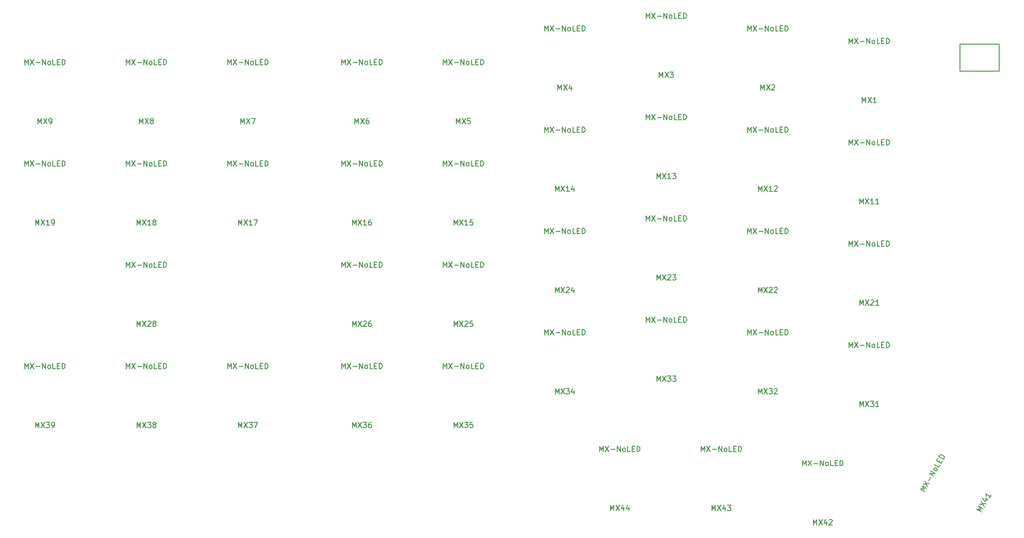
<source format=gbr>
%TF.GenerationSoftware,KiCad,Pcbnew,(5.1.9-0-10_14)*%
%TF.CreationDate,2021-04-25T18:42:27-05:00*%
%TF.ProjectId,wren-nav,7772656e-2d6e-4617-962e-6b696361645f,rev?*%
%TF.SameCoordinates,Original*%
%TF.FileFunction,OtherDrawing,Comment*%
%FSLAX46Y46*%
G04 Gerber Fmt 4.6, Leading zero omitted, Abs format (unit mm)*
G04 Created by KiCad (PCBNEW (5.1.9-0-10_14)) date 2021-04-25 18:42:27*
%MOMM*%
%LPD*%
G01*
G04 APERTURE LIST*
%ADD10C,0.200000*%
%ADD11C,0.150000*%
G04 APERTURE END LIST*
D10*
%TO.C,U1*%
X237744000Y-25146000D02*
X237744000Y-30226000D01*
X245110000Y-25146000D02*
X237744000Y-25146000D01*
X245110000Y-30226000D02*
X245110000Y-25146000D01*
X237744000Y-30226000D02*
X245110000Y-30226000D01*
%TD*%
%TO.C,MX9*%
D11*
X64595535Y-40139880D02*
X64595535Y-39139880D01*
X64928869Y-39854166D01*
X65262202Y-39139880D01*
X65262202Y-40139880D01*
X65643154Y-39139880D02*
X66309821Y-40139880D01*
X66309821Y-39139880D02*
X65643154Y-40139880D01*
X66738392Y-40139880D02*
X66928869Y-40139880D01*
X67024107Y-40092261D01*
X67071726Y-40044642D01*
X67166964Y-39901785D01*
X67214583Y-39711309D01*
X67214583Y-39330357D01*
X67166964Y-39235119D01*
X67119345Y-39187500D01*
X67024107Y-39139880D01*
X66833630Y-39139880D01*
X66738392Y-39187500D01*
X66690773Y-39235119D01*
X66643154Y-39330357D01*
X66643154Y-39568452D01*
X66690773Y-39663690D01*
X66738392Y-39711309D01*
X66833630Y-39758928D01*
X67024107Y-39758928D01*
X67119345Y-39711309D01*
X67166964Y-39663690D01*
X67214583Y-39568452D01*
X62119345Y-29027380D02*
X62119345Y-28027380D01*
X62452678Y-28741666D01*
X62786011Y-28027380D01*
X62786011Y-29027380D01*
X63166964Y-28027380D02*
X63833630Y-29027380D01*
X63833630Y-28027380D02*
X63166964Y-29027380D01*
X64214583Y-28646428D02*
X64976488Y-28646428D01*
X65452678Y-29027380D02*
X65452678Y-28027380D01*
X66024107Y-29027380D01*
X66024107Y-28027380D01*
X66643154Y-29027380D02*
X66547916Y-28979761D01*
X66500297Y-28932142D01*
X66452678Y-28836904D01*
X66452678Y-28551190D01*
X66500297Y-28455952D01*
X66547916Y-28408333D01*
X66643154Y-28360714D01*
X66786011Y-28360714D01*
X66881250Y-28408333D01*
X66928869Y-28455952D01*
X66976488Y-28551190D01*
X66976488Y-28836904D01*
X66928869Y-28932142D01*
X66881250Y-28979761D01*
X66786011Y-29027380D01*
X66643154Y-29027380D01*
X67881250Y-29027380D02*
X67405059Y-29027380D01*
X67405059Y-28027380D01*
X68214583Y-28503571D02*
X68547916Y-28503571D01*
X68690773Y-29027380D02*
X68214583Y-29027380D01*
X68214583Y-28027380D01*
X68690773Y-28027380D01*
X69119345Y-29027380D02*
X69119345Y-28027380D01*
X69357440Y-28027380D01*
X69500297Y-28075000D01*
X69595535Y-28170238D01*
X69643154Y-28265476D01*
X69690773Y-28455952D01*
X69690773Y-28598809D01*
X69643154Y-28789285D01*
X69595535Y-28884523D01*
X69500297Y-28979761D01*
X69357440Y-29027380D01*
X69119345Y-29027380D01*
%TO.C,MX39*%
X64119345Y-97289880D02*
X64119345Y-96289880D01*
X64452678Y-97004166D01*
X64786011Y-96289880D01*
X64786011Y-97289880D01*
X65166964Y-96289880D02*
X65833630Y-97289880D01*
X65833630Y-96289880D02*
X65166964Y-97289880D01*
X66119345Y-96289880D02*
X66738392Y-96289880D01*
X66405059Y-96670833D01*
X66547916Y-96670833D01*
X66643154Y-96718452D01*
X66690773Y-96766071D01*
X66738392Y-96861309D01*
X66738392Y-97099404D01*
X66690773Y-97194642D01*
X66643154Y-97242261D01*
X66547916Y-97289880D01*
X66262202Y-97289880D01*
X66166964Y-97242261D01*
X66119345Y-97194642D01*
X67214583Y-97289880D02*
X67405059Y-97289880D01*
X67500297Y-97242261D01*
X67547916Y-97194642D01*
X67643154Y-97051785D01*
X67690773Y-96861309D01*
X67690773Y-96480357D01*
X67643154Y-96385119D01*
X67595535Y-96337500D01*
X67500297Y-96289880D01*
X67309821Y-96289880D01*
X67214583Y-96337500D01*
X67166964Y-96385119D01*
X67119345Y-96480357D01*
X67119345Y-96718452D01*
X67166964Y-96813690D01*
X67214583Y-96861309D01*
X67309821Y-96908928D01*
X67500297Y-96908928D01*
X67595535Y-96861309D01*
X67643154Y-96813690D01*
X67690773Y-96718452D01*
X62119345Y-86177380D02*
X62119345Y-85177380D01*
X62452678Y-85891666D01*
X62786011Y-85177380D01*
X62786011Y-86177380D01*
X63166964Y-85177380D02*
X63833630Y-86177380D01*
X63833630Y-85177380D02*
X63166964Y-86177380D01*
X64214583Y-85796428D02*
X64976488Y-85796428D01*
X65452678Y-86177380D02*
X65452678Y-85177380D01*
X66024107Y-86177380D01*
X66024107Y-85177380D01*
X66643154Y-86177380D02*
X66547916Y-86129761D01*
X66500297Y-86082142D01*
X66452678Y-85986904D01*
X66452678Y-85701190D01*
X66500297Y-85605952D01*
X66547916Y-85558333D01*
X66643154Y-85510714D01*
X66786011Y-85510714D01*
X66881250Y-85558333D01*
X66928869Y-85605952D01*
X66976488Y-85701190D01*
X66976488Y-85986904D01*
X66928869Y-86082142D01*
X66881250Y-86129761D01*
X66786011Y-86177380D01*
X66643154Y-86177380D01*
X67881250Y-86177380D02*
X67405059Y-86177380D01*
X67405059Y-85177380D01*
X68214583Y-85653571D02*
X68547916Y-85653571D01*
X68690773Y-86177380D02*
X68214583Y-86177380D01*
X68214583Y-85177380D01*
X68690773Y-85177380D01*
X69119345Y-86177380D02*
X69119345Y-85177380D01*
X69357440Y-85177380D01*
X69500297Y-85225000D01*
X69595535Y-85320238D01*
X69643154Y-85415476D01*
X69690773Y-85605952D01*
X69690773Y-85748809D01*
X69643154Y-85939285D01*
X69595535Y-86034523D01*
X69500297Y-86129761D01*
X69357440Y-86177380D01*
X69119345Y-86177380D01*
%TO.C,MX41*%
X241744452Y-113099294D02*
X240878426Y-112599294D01*
X241663682Y-112667762D01*
X241211759Y-112021944D01*
X242077785Y-112521944D01*
X241402236Y-111692030D02*
X242601594Y-111614679D01*
X241735569Y-111114679D02*
X242268261Y-112192030D01*
X242429006Y-110580278D02*
X243006356Y-110913611D01*
X241980044Y-110595998D02*
X242479586Y-111159337D01*
X242789110Y-110623227D01*
X243530166Y-110006346D02*
X243244452Y-110501218D01*
X243387309Y-110253782D02*
X242521283Y-109753782D01*
X242597382Y-109907689D01*
X242632242Y-110037787D01*
X242625862Y-110144075D01*
X231120744Y-109275095D02*
X230254718Y-108775095D01*
X231039974Y-108843563D01*
X230588051Y-108197745D01*
X231454077Y-108697745D01*
X230778528Y-107867830D02*
X231977886Y-107790480D01*
X231111861Y-107290480D02*
X231644553Y-108367830D01*
X231838448Y-107270089D02*
X232219401Y-106610261D01*
X232787410Y-106388344D02*
X231921385Y-105888344D01*
X233073124Y-105893472D01*
X232207099Y-105393472D01*
X233382648Y-105357361D02*
X233293790Y-105416030D01*
X233228741Y-105433460D01*
X233122453Y-105427080D01*
X232875017Y-105284223D01*
X232816348Y-105195365D01*
X232798918Y-105130316D01*
X232805298Y-105024028D01*
X232876727Y-104900310D01*
X232965585Y-104841641D01*
X233030634Y-104824211D01*
X233136922Y-104830591D01*
X233384358Y-104973448D01*
X233443027Y-105062306D01*
X233460457Y-105127355D01*
X233454077Y-105233643D01*
X233382648Y-105357361D01*
X234001696Y-104285139D02*
X233763601Y-104697532D01*
X232897575Y-104197532D01*
X233714730Y-103734559D02*
X233881397Y-103445884D01*
X234406458Y-103584071D02*
X234168363Y-103996464D01*
X233302337Y-103496464D01*
X233540432Y-103084071D01*
X234620744Y-103212917D02*
X233754718Y-102712917D01*
X233873766Y-102506721D01*
X233986434Y-102406812D01*
X234116531Y-102371953D01*
X234222819Y-102378333D01*
X234411586Y-102432331D01*
X234535304Y-102503760D01*
X234676452Y-102640237D01*
X234735121Y-102729096D01*
X234769980Y-102859193D01*
X234739791Y-103006721D01*
X234620744Y-103212917D01*
%TO.C,MX15*%
X142700595Y-59189880D02*
X142700595Y-58189880D01*
X143033928Y-58904166D01*
X143367261Y-58189880D01*
X143367261Y-59189880D01*
X143748214Y-58189880D02*
X144414880Y-59189880D01*
X144414880Y-58189880D02*
X143748214Y-59189880D01*
X145319642Y-59189880D02*
X144748214Y-59189880D01*
X145033928Y-59189880D02*
X145033928Y-58189880D01*
X144938690Y-58332738D01*
X144843452Y-58427976D01*
X144748214Y-58475595D01*
X146224404Y-58189880D02*
X145748214Y-58189880D01*
X145700595Y-58666071D01*
X145748214Y-58618452D01*
X145843452Y-58570833D01*
X146081547Y-58570833D01*
X146176785Y-58618452D01*
X146224404Y-58666071D01*
X146272023Y-58761309D01*
X146272023Y-58999404D01*
X146224404Y-59094642D01*
X146176785Y-59142261D01*
X146081547Y-59189880D01*
X145843452Y-59189880D01*
X145748214Y-59142261D01*
X145700595Y-59094642D01*
X140700595Y-48077380D02*
X140700595Y-47077380D01*
X141033928Y-47791666D01*
X141367261Y-47077380D01*
X141367261Y-48077380D01*
X141748214Y-47077380D02*
X142414880Y-48077380D01*
X142414880Y-47077380D02*
X141748214Y-48077380D01*
X142795833Y-47696428D02*
X143557738Y-47696428D01*
X144033928Y-48077380D02*
X144033928Y-47077380D01*
X144605357Y-48077380D01*
X144605357Y-47077380D01*
X145224404Y-48077380D02*
X145129166Y-48029761D01*
X145081547Y-47982142D01*
X145033928Y-47886904D01*
X145033928Y-47601190D01*
X145081547Y-47505952D01*
X145129166Y-47458333D01*
X145224404Y-47410714D01*
X145367261Y-47410714D01*
X145462500Y-47458333D01*
X145510119Y-47505952D01*
X145557738Y-47601190D01*
X145557738Y-47886904D01*
X145510119Y-47982142D01*
X145462500Y-48029761D01*
X145367261Y-48077380D01*
X145224404Y-48077380D01*
X146462500Y-48077380D02*
X145986309Y-48077380D01*
X145986309Y-47077380D01*
X146795833Y-47553571D02*
X147129166Y-47553571D01*
X147272023Y-48077380D02*
X146795833Y-48077380D01*
X146795833Y-47077380D01*
X147272023Y-47077380D01*
X147700595Y-48077380D02*
X147700595Y-47077380D01*
X147938690Y-47077380D01*
X148081547Y-47125000D01*
X148176785Y-47220238D01*
X148224404Y-47315476D01*
X148272023Y-47505952D01*
X148272023Y-47648809D01*
X148224404Y-47839285D01*
X148176785Y-47934523D01*
X148081547Y-48029761D01*
X147938690Y-48077380D01*
X147700595Y-48077380D01*
%TO.C,MX44*%
X172063095Y-112879130D02*
X172063095Y-111879130D01*
X172396428Y-112593416D01*
X172729761Y-111879130D01*
X172729761Y-112879130D01*
X173110714Y-111879130D02*
X173777380Y-112879130D01*
X173777380Y-111879130D02*
X173110714Y-112879130D01*
X174586904Y-112212464D02*
X174586904Y-112879130D01*
X174348809Y-111831511D02*
X174110714Y-112545797D01*
X174729761Y-112545797D01*
X175539285Y-112212464D02*
X175539285Y-112879130D01*
X175301190Y-111831511D02*
X175063095Y-112545797D01*
X175682142Y-112545797D01*
X170063095Y-101766630D02*
X170063095Y-100766630D01*
X170396428Y-101480916D01*
X170729761Y-100766630D01*
X170729761Y-101766630D01*
X171110714Y-100766630D02*
X171777380Y-101766630D01*
X171777380Y-100766630D02*
X171110714Y-101766630D01*
X172158333Y-101385678D02*
X172920238Y-101385678D01*
X173396428Y-101766630D02*
X173396428Y-100766630D01*
X173967857Y-101766630D01*
X173967857Y-100766630D01*
X174586904Y-101766630D02*
X174491666Y-101719011D01*
X174444047Y-101671392D01*
X174396428Y-101576154D01*
X174396428Y-101290440D01*
X174444047Y-101195202D01*
X174491666Y-101147583D01*
X174586904Y-101099964D01*
X174729761Y-101099964D01*
X174825000Y-101147583D01*
X174872619Y-101195202D01*
X174920238Y-101290440D01*
X174920238Y-101576154D01*
X174872619Y-101671392D01*
X174825000Y-101719011D01*
X174729761Y-101766630D01*
X174586904Y-101766630D01*
X175825000Y-101766630D02*
X175348809Y-101766630D01*
X175348809Y-100766630D01*
X176158333Y-101242821D02*
X176491666Y-101242821D01*
X176634523Y-101766630D02*
X176158333Y-101766630D01*
X176158333Y-100766630D01*
X176634523Y-100766630D01*
X177063095Y-101766630D02*
X177063095Y-100766630D01*
X177301190Y-100766630D01*
X177444047Y-100814250D01*
X177539285Y-100909488D01*
X177586904Y-101004726D01*
X177634523Y-101195202D01*
X177634523Y-101338059D01*
X177586904Y-101528535D01*
X177539285Y-101623773D01*
X177444047Y-101719011D01*
X177301190Y-101766630D01*
X177063095Y-101766630D01*
%TO.C,MX43*%
X191113095Y-112879130D02*
X191113095Y-111879130D01*
X191446428Y-112593416D01*
X191779761Y-111879130D01*
X191779761Y-112879130D01*
X192160714Y-111879130D02*
X192827380Y-112879130D01*
X192827380Y-111879130D02*
X192160714Y-112879130D01*
X193636904Y-112212464D02*
X193636904Y-112879130D01*
X193398809Y-111831511D02*
X193160714Y-112545797D01*
X193779761Y-112545797D01*
X194065476Y-111879130D02*
X194684523Y-111879130D01*
X194351190Y-112260083D01*
X194494047Y-112260083D01*
X194589285Y-112307702D01*
X194636904Y-112355321D01*
X194684523Y-112450559D01*
X194684523Y-112688654D01*
X194636904Y-112783892D01*
X194589285Y-112831511D01*
X194494047Y-112879130D01*
X194208333Y-112879130D01*
X194113095Y-112831511D01*
X194065476Y-112783892D01*
X189113095Y-101766630D02*
X189113095Y-100766630D01*
X189446428Y-101480916D01*
X189779761Y-100766630D01*
X189779761Y-101766630D01*
X190160714Y-100766630D02*
X190827380Y-101766630D01*
X190827380Y-100766630D02*
X190160714Y-101766630D01*
X191208333Y-101385678D02*
X191970238Y-101385678D01*
X192446428Y-101766630D02*
X192446428Y-100766630D01*
X193017857Y-101766630D01*
X193017857Y-100766630D01*
X193636904Y-101766630D02*
X193541666Y-101719011D01*
X193494047Y-101671392D01*
X193446428Y-101576154D01*
X193446428Y-101290440D01*
X193494047Y-101195202D01*
X193541666Y-101147583D01*
X193636904Y-101099964D01*
X193779761Y-101099964D01*
X193875000Y-101147583D01*
X193922619Y-101195202D01*
X193970238Y-101290440D01*
X193970238Y-101576154D01*
X193922619Y-101671392D01*
X193875000Y-101719011D01*
X193779761Y-101766630D01*
X193636904Y-101766630D01*
X194875000Y-101766630D02*
X194398809Y-101766630D01*
X194398809Y-100766630D01*
X195208333Y-101242821D02*
X195541666Y-101242821D01*
X195684523Y-101766630D02*
X195208333Y-101766630D01*
X195208333Y-100766630D01*
X195684523Y-100766630D01*
X196113095Y-101766630D02*
X196113095Y-100766630D01*
X196351190Y-100766630D01*
X196494047Y-100814250D01*
X196589285Y-100909488D01*
X196636904Y-101004726D01*
X196684523Y-101195202D01*
X196684523Y-101338059D01*
X196636904Y-101528535D01*
X196589285Y-101623773D01*
X196494047Y-101719011D01*
X196351190Y-101766630D01*
X196113095Y-101766630D01*
%TO.C,MX42*%
X210163095Y-115546130D02*
X210163095Y-114546130D01*
X210496428Y-115260416D01*
X210829761Y-114546130D01*
X210829761Y-115546130D01*
X211210714Y-114546130D02*
X211877380Y-115546130D01*
X211877380Y-114546130D02*
X211210714Y-115546130D01*
X212686904Y-114879464D02*
X212686904Y-115546130D01*
X212448809Y-114498511D02*
X212210714Y-115212797D01*
X212829761Y-115212797D01*
X213163095Y-114641369D02*
X213210714Y-114593750D01*
X213305952Y-114546130D01*
X213544047Y-114546130D01*
X213639285Y-114593750D01*
X213686904Y-114641369D01*
X213734523Y-114736607D01*
X213734523Y-114831845D01*
X213686904Y-114974702D01*
X213115476Y-115546130D01*
X213734523Y-115546130D01*
X208163095Y-104433630D02*
X208163095Y-103433630D01*
X208496428Y-104147916D01*
X208829761Y-103433630D01*
X208829761Y-104433630D01*
X209210714Y-103433630D02*
X209877380Y-104433630D01*
X209877380Y-103433630D02*
X209210714Y-104433630D01*
X210258333Y-104052678D02*
X211020238Y-104052678D01*
X211496428Y-104433630D02*
X211496428Y-103433630D01*
X212067857Y-104433630D01*
X212067857Y-103433630D01*
X212686904Y-104433630D02*
X212591666Y-104386011D01*
X212544047Y-104338392D01*
X212496428Y-104243154D01*
X212496428Y-103957440D01*
X212544047Y-103862202D01*
X212591666Y-103814583D01*
X212686904Y-103766964D01*
X212829761Y-103766964D01*
X212925000Y-103814583D01*
X212972619Y-103862202D01*
X213020238Y-103957440D01*
X213020238Y-104243154D01*
X212972619Y-104338392D01*
X212925000Y-104386011D01*
X212829761Y-104433630D01*
X212686904Y-104433630D01*
X213925000Y-104433630D02*
X213448809Y-104433630D01*
X213448809Y-103433630D01*
X214258333Y-103909821D02*
X214591666Y-103909821D01*
X214734523Y-104433630D02*
X214258333Y-104433630D01*
X214258333Y-103433630D01*
X214734523Y-103433630D01*
X215163095Y-104433630D02*
X215163095Y-103433630D01*
X215401190Y-103433630D01*
X215544047Y-103481250D01*
X215639285Y-103576488D01*
X215686904Y-103671726D01*
X215734523Y-103862202D01*
X215734523Y-104005059D01*
X215686904Y-104195535D01*
X215639285Y-104290773D01*
X215544047Y-104386011D01*
X215401190Y-104433630D01*
X215163095Y-104433630D01*
%TO.C,MX38*%
X83169345Y-97289880D02*
X83169345Y-96289880D01*
X83502678Y-97004166D01*
X83836011Y-96289880D01*
X83836011Y-97289880D01*
X84216964Y-96289880D02*
X84883630Y-97289880D01*
X84883630Y-96289880D02*
X84216964Y-97289880D01*
X85169345Y-96289880D02*
X85788392Y-96289880D01*
X85455059Y-96670833D01*
X85597916Y-96670833D01*
X85693154Y-96718452D01*
X85740773Y-96766071D01*
X85788392Y-96861309D01*
X85788392Y-97099404D01*
X85740773Y-97194642D01*
X85693154Y-97242261D01*
X85597916Y-97289880D01*
X85312202Y-97289880D01*
X85216964Y-97242261D01*
X85169345Y-97194642D01*
X86359821Y-96718452D02*
X86264583Y-96670833D01*
X86216964Y-96623214D01*
X86169345Y-96527976D01*
X86169345Y-96480357D01*
X86216964Y-96385119D01*
X86264583Y-96337500D01*
X86359821Y-96289880D01*
X86550297Y-96289880D01*
X86645535Y-96337500D01*
X86693154Y-96385119D01*
X86740773Y-96480357D01*
X86740773Y-96527976D01*
X86693154Y-96623214D01*
X86645535Y-96670833D01*
X86550297Y-96718452D01*
X86359821Y-96718452D01*
X86264583Y-96766071D01*
X86216964Y-96813690D01*
X86169345Y-96908928D01*
X86169345Y-97099404D01*
X86216964Y-97194642D01*
X86264583Y-97242261D01*
X86359821Y-97289880D01*
X86550297Y-97289880D01*
X86645535Y-97242261D01*
X86693154Y-97194642D01*
X86740773Y-97099404D01*
X86740773Y-96908928D01*
X86693154Y-96813690D01*
X86645535Y-96766071D01*
X86550297Y-96718452D01*
X81169345Y-86177380D02*
X81169345Y-85177380D01*
X81502678Y-85891666D01*
X81836011Y-85177380D01*
X81836011Y-86177380D01*
X82216964Y-85177380D02*
X82883630Y-86177380D01*
X82883630Y-85177380D02*
X82216964Y-86177380D01*
X83264583Y-85796428D02*
X84026488Y-85796428D01*
X84502678Y-86177380D02*
X84502678Y-85177380D01*
X85074107Y-86177380D01*
X85074107Y-85177380D01*
X85693154Y-86177380D02*
X85597916Y-86129761D01*
X85550297Y-86082142D01*
X85502678Y-85986904D01*
X85502678Y-85701190D01*
X85550297Y-85605952D01*
X85597916Y-85558333D01*
X85693154Y-85510714D01*
X85836011Y-85510714D01*
X85931250Y-85558333D01*
X85978869Y-85605952D01*
X86026488Y-85701190D01*
X86026488Y-85986904D01*
X85978869Y-86082142D01*
X85931250Y-86129761D01*
X85836011Y-86177380D01*
X85693154Y-86177380D01*
X86931250Y-86177380D02*
X86455059Y-86177380D01*
X86455059Y-85177380D01*
X87264583Y-85653571D02*
X87597916Y-85653571D01*
X87740773Y-86177380D02*
X87264583Y-86177380D01*
X87264583Y-85177380D01*
X87740773Y-85177380D01*
X88169345Y-86177380D02*
X88169345Y-85177380D01*
X88407440Y-85177380D01*
X88550297Y-85225000D01*
X88645535Y-85320238D01*
X88693154Y-85415476D01*
X88740773Y-85605952D01*
X88740773Y-85748809D01*
X88693154Y-85939285D01*
X88645535Y-86034523D01*
X88550297Y-86129761D01*
X88407440Y-86177380D01*
X88169345Y-86177380D01*
%TO.C,MX37*%
X102219345Y-97289880D02*
X102219345Y-96289880D01*
X102552678Y-97004166D01*
X102886011Y-96289880D01*
X102886011Y-97289880D01*
X103266964Y-96289880D02*
X103933630Y-97289880D01*
X103933630Y-96289880D02*
X103266964Y-97289880D01*
X104219345Y-96289880D02*
X104838392Y-96289880D01*
X104505059Y-96670833D01*
X104647916Y-96670833D01*
X104743154Y-96718452D01*
X104790773Y-96766071D01*
X104838392Y-96861309D01*
X104838392Y-97099404D01*
X104790773Y-97194642D01*
X104743154Y-97242261D01*
X104647916Y-97289880D01*
X104362202Y-97289880D01*
X104266964Y-97242261D01*
X104219345Y-97194642D01*
X105171726Y-96289880D02*
X105838392Y-96289880D01*
X105409821Y-97289880D01*
X100219345Y-86177380D02*
X100219345Y-85177380D01*
X100552678Y-85891666D01*
X100886011Y-85177380D01*
X100886011Y-86177380D01*
X101266964Y-85177380D02*
X101933630Y-86177380D01*
X101933630Y-85177380D02*
X101266964Y-86177380D01*
X102314583Y-85796428D02*
X103076488Y-85796428D01*
X103552678Y-86177380D02*
X103552678Y-85177380D01*
X104124107Y-86177380D01*
X104124107Y-85177380D01*
X104743154Y-86177380D02*
X104647916Y-86129761D01*
X104600297Y-86082142D01*
X104552678Y-85986904D01*
X104552678Y-85701190D01*
X104600297Y-85605952D01*
X104647916Y-85558333D01*
X104743154Y-85510714D01*
X104886011Y-85510714D01*
X104981250Y-85558333D01*
X105028869Y-85605952D01*
X105076488Y-85701190D01*
X105076488Y-85986904D01*
X105028869Y-86082142D01*
X104981250Y-86129761D01*
X104886011Y-86177380D01*
X104743154Y-86177380D01*
X105981250Y-86177380D02*
X105505059Y-86177380D01*
X105505059Y-85177380D01*
X106314583Y-85653571D02*
X106647916Y-85653571D01*
X106790773Y-86177380D02*
X106314583Y-86177380D01*
X106314583Y-85177380D01*
X106790773Y-85177380D01*
X107219345Y-86177380D02*
X107219345Y-85177380D01*
X107457440Y-85177380D01*
X107600297Y-85225000D01*
X107695535Y-85320238D01*
X107743154Y-85415476D01*
X107790773Y-85605952D01*
X107790773Y-85748809D01*
X107743154Y-85939285D01*
X107695535Y-86034523D01*
X107600297Y-86129761D01*
X107457440Y-86177380D01*
X107219345Y-86177380D01*
%TO.C,MX36*%
X123650595Y-97289880D02*
X123650595Y-96289880D01*
X123983928Y-97004166D01*
X124317261Y-96289880D01*
X124317261Y-97289880D01*
X124698214Y-96289880D02*
X125364880Y-97289880D01*
X125364880Y-96289880D02*
X124698214Y-97289880D01*
X125650595Y-96289880D02*
X126269642Y-96289880D01*
X125936309Y-96670833D01*
X126079166Y-96670833D01*
X126174404Y-96718452D01*
X126222023Y-96766071D01*
X126269642Y-96861309D01*
X126269642Y-97099404D01*
X126222023Y-97194642D01*
X126174404Y-97242261D01*
X126079166Y-97289880D01*
X125793452Y-97289880D01*
X125698214Y-97242261D01*
X125650595Y-97194642D01*
X127126785Y-96289880D02*
X126936309Y-96289880D01*
X126841071Y-96337500D01*
X126793452Y-96385119D01*
X126698214Y-96527976D01*
X126650595Y-96718452D01*
X126650595Y-97099404D01*
X126698214Y-97194642D01*
X126745833Y-97242261D01*
X126841071Y-97289880D01*
X127031547Y-97289880D01*
X127126785Y-97242261D01*
X127174404Y-97194642D01*
X127222023Y-97099404D01*
X127222023Y-96861309D01*
X127174404Y-96766071D01*
X127126785Y-96718452D01*
X127031547Y-96670833D01*
X126841071Y-96670833D01*
X126745833Y-96718452D01*
X126698214Y-96766071D01*
X126650595Y-96861309D01*
X121650595Y-86177380D02*
X121650595Y-85177380D01*
X121983928Y-85891666D01*
X122317261Y-85177380D01*
X122317261Y-86177380D01*
X122698214Y-85177380D02*
X123364880Y-86177380D01*
X123364880Y-85177380D02*
X122698214Y-86177380D01*
X123745833Y-85796428D02*
X124507738Y-85796428D01*
X124983928Y-86177380D02*
X124983928Y-85177380D01*
X125555357Y-86177380D01*
X125555357Y-85177380D01*
X126174404Y-86177380D02*
X126079166Y-86129761D01*
X126031547Y-86082142D01*
X125983928Y-85986904D01*
X125983928Y-85701190D01*
X126031547Y-85605952D01*
X126079166Y-85558333D01*
X126174404Y-85510714D01*
X126317261Y-85510714D01*
X126412500Y-85558333D01*
X126460119Y-85605952D01*
X126507738Y-85701190D01*
X126507738Y-85986904D01*
X126460119Y-86082142D01*
X126412500Y-86129761D01*
X126317261Y-86177380D01*
X126174404Y-86177380D01*
X127412500Y-86177380D02*
X126936309Y-86177380D01*
X126936309Y-85177380D01*
X127745833Y-85653571D02*
X128079166Y-85653571D01*
X128222023Y-86177380D02*
X127745833Y-86177380D01*
X127745833Y-85177380D01*
X128222023Y-85177380D01*
X128650595Y-86177380D02*
X128650595Y-85177380D01*
X128888690Y-85177380D01*
X129031547Y-85225000D01*
X129126785Y-85320238D01*
X129174404Y-85415476D01*
X129222023Y-85605952D01*
X129222023Y-85748809D01*
X129174404Y-85939285D01*
X129126785Y-86034523D01*
X129031547Y-86129761D01*
X128888690Y-86177380D01*
X128650595Y-86177380D01*
%TO.C,MX35*%
X142700595Y-97289880D02*
X142700595Y-96289880D01*
X143033928Y-97004166D01*
X143367261Y-96289880D01*
X143367261Y-97289880D01*
X143748214Y-96289880D02*
X144414880Y-97289880D01*
X144414880Y-96289880D02*
X143748214Y-97289880D01*
X144700595Y-96289880D02*
X145319642Y-96289880D01*
X144986309Y-96670833D01*
X145129166Y-96670833D01*
X145224404Y-96718452D01*
X145272023Y-96766071D01*
X145319642Y-96861309D01*
X145319642Y-97099404D01*
X145272023Y-97194642D01*
X145224404Y-97242261D01*
X145129166Y-97289880D01*
X144843452Y-97289880D01*
X144748214Y-97242261D01*
X144700595Y-97194642D01*
X146224404Y-96289880D02*
X145748214Y-96289880D01*
X145700595Y-96766071D01*
X145748214Y-96718452D01*
X145843452Y-96670833D01*
X146081547Y-96670833D01*
X146176785Y-96718452D01*
X146224404Y-96766071D01*
X146272023Y-96861309D01*
X146272023Y-97099404D01*
X146224404Y-97194642D01*
X146176785Y-97242261D01*
X146081547Y-97289880D01*
X145843452Y-97289880D01*
X145748214Y-97242261D01*
X145700595Y-97194642D01*
X140700595Y-86177380D02*
X140700595Y-85177380D01*
X141033928Y-85891666D01*
X141367261Y-85177380D01*
X141367261Y-86177380D01*
X141748214Y-85177380D02*
X142414880Y-86177380D01*
X142414880Y-85177380D02*
X141748214Y-86177380D01*
X142795833Y-85796428D02*
X143557738Y-85796428D01*
X144033928Y-86177380D02*
X144033928Y-85177380D01*
X144605357Y-86177380D01*
X144605357Y-85177380D01*
X145224404Y-86177380D02*
X145129166Y-86129761D01*
X145081547Y-86082142D01*
X145033928Y-85986904D01*
X145033928Y-85701190D01*
X145081547Y-85605952D01*
X145129166Y-85558333D01*
X145224404Y-85510714D01*
X145367261Y-85510714D01*
X145462500Y-85558333D01*
X145510119Y-85605952D01*
X145557738Y-85701190D01*
X145557738Y-85986904D01*
X145510119Y-86082142D01*
X145462500Y-86129761D01*
X145367261Y-86177380D01*
X145224404Y-86177380D01*
X146462500Y-86177380D02*
X145986309Y-86177380D01*
X145986309Y-85177380D01*
X146795833Y-85653571D02*
X147129166Y-85653571D01*
X147272023Y-86177380D02*
X146795833Y-86177380D01*
X146795833Y-85177380D01*
X147272023Y-85177380D01*
X147700595Y-86177380D02*
X147700595Y-85177380D01*
X147938690Y-85177380D01*
X148081547Y-85225000D01*
X148176785Y-85320238D01*
X148224404Y-85415476D01*
X148272023Y-85605952D01*
X148272023Y-85748809D01*
X148224404Y-85939285D01*
X148176785Y-86034523D01*
X148081547Y-86129761D01*
X147938690Y-86177380D01*
X147700595Y-86177380D01*
%TO.C,MX34*%
X161750595Y-90939880D02*
X161750595Y-89939880D01*
X162083928Y-90654166D01*
X162417261Y-89939880D01*
X162417261Y-90939880D01*
X162798214Y-89939880D02*
X163464880Y-90939880D01*
X163464880Y-89939880D02*
X162798214Y-90939880D01*
X163750595Y-89939880D02*
X164369642Y-89939880D01*
X164036309Y-90320833D01*
X164179166Y-90320833D01*
X164274404Y-90368452D01*
X164322023Y-90416071D01*
X164369642Y-90511309D01*
X164369642Y-90749404D01*
X164322023Y-90844642D01*
X164274404Y-90892261D01*
X164179166Y-90939880D01*
X163893452Y-90939880D01*
X163798214Y-90892261D01*
X163750595Y-90844642D01*
X165226785Y-90273214D02*
X165226785Y-90939880D01*
X164988690Y-89892261D02*
X164750595Y-90606547D01*
X165369642Y-90606547D01*
X159750595Y-79827380D02*
X159750595Y-78827380D01*
X160083928Y-79541666D01*
X160417261Y-78827380D01*
X160417261Y-79827380D01*
X160798214Y-78827380D02*
X161464880Y-79827380D01*
X161464880Y-78827380D02*
X160798214Y-79827380D01*
X161845833Y-79446428D02*
X162607738Y-79446428D01*
X163083928Y-79827380D02*
X163083928Y-78827380D01*
X163655357Y-79827380D01*
X163655357Y-78827380D01*
X164274404Y-79827380D02*
X164179166Y-79779761D01*
X164131547Y-79732142D01*
X164083928Y-79636904D01*
X164083928Y-79351190D01*
X164131547Y-79255952D01*
X164179166Y-79208333D01*
X164274404Y-79160714D01*
X164417261Y-79160714D01*
X164512500Y-79208333D01*
X164560119Y-79255952D01*
X164607738Y-79351190D01*
X164607738Y-79636904D01*
X164560119Y-79732142D01*
X164512500Y-79779761D01*
X164417261Y-79827380D01*
X164274404Y-79827380D01*
X165512500Y-79827380D02*
X165036309Y-79827380D01*
X165036309Y-78827380D01*
X165845833Y-79303571D02*
X166179166Y-79303571D01*
X166322023Y-79827380D02*
X165845833Y-79827380D01*
X165845833Y-78827380D01*
X166322023Y-78827380D01*
X166750595Y-79827380D02*
X166750595Y-78827380D01*
X166988690Y-78827380D01*
X167131547Y-78875000D01*
X167226785Y-78970238D01*
X167274404Y-79065476D01*
X167322023Y-79255952D01*
X167322023Y-79398809D01*
X167274404Y-79589285D01*
X167226785Y-79684523D01*
X167131547Y-79779761D01*
X166988690Y-79827380D01*
X166750595Y-79827380D01*
%TO.C,MX33*%
X180800595Y-88558630D02*
X180800595Y-87558630D01*
X181133928Y-88272916D01*
X181467261Y-87558630D01*
X181467261Y-88558630D01*
X181848214Y-87558630D02*
X182514880Y-88558630D01*
X182514880Y-87558630D02*
X181848214Y-88558630D01*
X182800595Y-87558630D02*
X183419642Y-87558630D01*
X183086309Y-87939583D01*
X183229166Y-87939583D01*
X183324404Y-87987202D01*
X183372023Y-88034821D01*
X183419642Y-88130059D01*
X183419642Y-88368154D01*
X183372023Y-88463392D01*
X183324404Y-88511011D01*
X183229166Y-88558630D01*
X182943452Y-88558630D01*
X182848214Y-88511011D01*
X182800595Y-88463392D01*
X183752976Y-87558630D02*
X184372023Y-87558630D01*
X184038690Y-87939583D01*
X184181547Y-87939583D01*
X184276785Y-87987202D01*
X184324404Y-88034821D01*
X184372023Y-88130059D01*
X184372023Y-88368154D01*
X184324404Y-88463392D01*
X184276785Y-88511011D01*
X184181547Y-88558630D01*
X183895833Y-88558630D01*
X183800595Y-88511011D01*
X183752976Y-88463392D01*
X178800595Y-77446130D02*
X178800595Y-76446130D01*
X179133928Y-77160416D01*
X179467261Y-76446130D01*
X179467261Y-77446130D01*
X179848214Y-76446130D02*
X180514880Y-77446130D01*
X180514880Y-76446130D02*
X179848214Y-77446130D01*
X180895833Y-77065178D02*
X181657738Y-77065178D01*
X182133928Y-77446130D02*
X182133928Y-76446130D01*
X182705357Y-77446130D01*
X182705357Y-76446130D01*
X183324404Y-77446130D02*
X183229166Y-77398511D01*
X183181547Y-77350892D01*
X183133928Y-77255654D01*
X183133928Y-76969940D01*
X183181547Y-76874702D01*
X183229166Y-76827083D01*
X183324404Y-76779464D01*
X183467261Y-76779464D01*
X183562500Y-76827083D01*
X183610119Y-76874702D01*
X183657738Y-76969940D01*
X183657738Y-77255654D01*
X183610119Y-77350892D01*
X183562500Y-77398511D01*
X183467261Y-77446130D01*
X183324404Y-77446130D01*
X184562500Y-77446130D02*
X184086309Y-77446130D01*
X184086309Y-76446130D01*
X184895833Y-76922321D02*
X185229166Y-76922321D01*
X185372023Y-77446130D02*
X184895833Y-77446130D01*
X184895833Y-76446130D01*
X185372023Y-76446130D01*
X185800595Y-77446130D02*
X185800595Y-76446130D01*
X186038690Y-76446130D01*
X186181547Y-76493750D01*
X186276785Y-76588988D01*
X186324404Y-76684226D01*
X186372023Y-76874702D01*
X186372023Y-77017559D01*
X186324404Y-77208035D01*
X186276785Y-77303273D01*
X186181547Y-77398511D01*
X186038690Y-77446130D01*
X185800595Y-77446130D01*
%TO.C,MX32*%
X199850595Y-90939880D02*
X199850595Y-89939880D01*
X200183928Y-90654166D01*
X200517261Y-89939880D01*
X200517261Y-90939880D01*
X200898214Y-89939880D02*
X201564880Y-90939880D01*
X201564880Y-89939880D02*
X200898214Y-90939880D01*
X201850595Y-89939880D02*
X202469642Y-89939880D01*
X202136309Y-90320833D01*
X202279166Y-90320833D01*
X202374404Y-90368452D01*
X202422023Y-90416071D01*
X202469642Y-90511309D01*
X202469642Y-90749404D01*
X202422023Y-90844642D01*
X202374404Y-90892261D01*
X202279166Y-90939880D01*
X201993452Y-90939880D01*
X201898214Y-90892261D01*
X201850595Y-90844642D01*
X202850595Y-90035119D02*
X202898214Y-89987500D01*
X202993452Y-89939880D01*
X203231547Y-89939880D01*
X203326785Y-89987500D01*
X203374404Y-90035119D01*
X203422023Y-90130357D01*
X203422023Y-90225595D01*
X203374404Y-90368452D01*
X202802976Y-90939880D01*
X203422023Y-90939880D01*
X197850595Y-79827380D02*
X197850595Y-78827380D01*
X198183928Y-79541666D01*
X198517261Y-78827380D01*
X198517261Y-79827380D01*
X198898214Y-78827380D02*
X199564880Y-79827380D01*
X199564880Y-78827380D02*
X198898214Y-79827380D01*
X199945833Y-79446428D02*
X200707738Y-79446428D01*
X201183928Y-79827380D02*
X201183928Y-78827380D01*
X201755357Y-79827380D01*
X201755357Y-78827380D01*
X202374404Y-79827380D02*
X202279166Y-79779761D01*
X202231547Y-79732142D01*
X202183928Y-79636904D01*
X202183928Y-79351190D01*
X202231547Y-79255952D01*
X202279166Y-79208333D01*
X202374404Y-79160714D01*
X202517261Y-79160714D01*
X202612500Y-79208333D01*
X202660119Y-79255952D01*
X202707738Y-79351190D01*
X202707738Y-79636904D01*
X202660119Y-79732142D01*
X202612500Y-79779761D01*
X202517261Y-79827380D01*
X202374404Y-79827380D01*
X203612500Y-79827380D02*
X203136309Y-79827380D01*
X203136309Y-78827380D01*
X203945833Y-79303571D02*
X204279166Y-79303571D01*
X204422023Y-79827380D02*
X203945833Y-79827380D01*
X203945833Y-78827380D01*
X204422023Y-78827380D01*
X204850595Y-79827380D02*
X204850595Y-78827380D01*
X205088690Y-78827380D01*
X205231547Y-78875000D01*
X205326785Y-78970238D01*
X205374404Y-79065476D01*
X205422023Y-79255952D01*
X205422023Y-79398809D01*
X205374404Y-79589285D01*
X205326785Y-79684523D01*
X205231547Y-79779761D01*
X205088690Y-79827380D01*
X204850595Y-79827380D01*
%TO.C,MX31*%
X218900595Y-93321130D02*
X218900595Y-92321130D01*
X219233928Y-93035416D01*
X219567261Y-92321130D01*
X219567261Y-93321130D01*
X219948214Y-92321130D02*
X220614880Y-93321130D01*
X220614880Y-92321130D02*
X219948214Y-93321130D01*
X220900595Y-92321130D02*
X221519642Y-92321130D01*
X221186309Y-92702083D01*
X221329166Y-92702083D01*
X221424404Y-92749702D01*
X221472023Y-92797321D01*
X221519642Y-92892559D01*
X221519642Y-93130654D01*
X221472023Y-93225892D01*
X221424404Y-93273511D01*
X221329166Y-93321130D01*
X221043452Y-93321130D01*
X220948214Y-93273511D01*
X220900595Y-93225892D01*
X222472023Y-93321130D02*
X221900595Y-93321130D01*
X222186309Y-93321130D02*
X222186309Y-92321130D01*
X222091071Y-92463988D01*
X221995833Y-92559226D01*
X221900595Y-92606845D01*
X216900595Y-82208630D02*
X216900595Y-81208630D01*
X217233928Y-81922916D01*
X217567261Y-81208630D01*
X217567261Y-82208630D01*
X217948214Y-81208630D02*
X218614880Y-82208630D01*
X218614880Y-81208630D02*
X217948214Y-82208630D01*
X218995833Y-81827678D02*
X219757738Y-81827678D01*
X220233928Y-82208630D02*
X220233928Y-81208630D01*
X220805357Y-82208630D01*
X220805357Y-81208630D01*
X221424404Y-82208630D02*
X221329166Y-82161011D01*
X221281547Y-82113392D01*
X221233928Y-82018154D01*
X221233928Y-81732440D01*
X221281547Y-81637202D01*
X221329166Y-81589583D01*
X221424404Y-81541964D01*
X221567261Y-81541964D01*
X221662500Y-81589583D01*
X221710119Y-81637202D01*
X221757738Y-81732440D01*
X221757738Y-82018154D01*
X221710119Y-82113392D01*
X221662500Y-82161011D01*
X221567261Y-82208630D01*
X221424404Y-82208630D01*
X222662500Y-82208630D02*
X222186309Y-82208630D01*
X222186309Y-81208630D01*
X222995833Y-81684821D02*
X223329166Y-81684821D01*
X223472023Y-82208630D02*
X222995833Y-82208630D01*
X222995833Y-81208630D01*
X223472023Y-81208630D01*
X223900595Y-82208630D02*
X223900595Y-81208630D01*
X224138690Y-81208630D01*
X224281547Y-81256250D01*
X224376785Y-81351488D01*
X224424404Y-81446726D01*
X224472023Y-81637202D01*
X224472023Y-81780059D01*
X224424404Y-81970535D01*
X224376785Y-82065773D01*
X224281547Y-82161011D01*
X224138690Y-82208630D01*
X223900595Y-82208630D01*
%TO.C,MX28*%
X83169345Y-78239880D02*
X83169345Y-77239880D01*
X83502678Y-77954166D01*
X83836011Y-77239880D01*
X83836011Y-78239880D01*
X84216964Y-77239880D02*
X84883630Y-78239880D01*
X84883630Y-77239880D02*
X84216964Y-78239880D01*
X85216964Y-77335119D02*
X85264583Y-77287500D01*
X85359821Y-77239880D01*
X85597916Y-77239880D01*
X85693154Y-77287500D01*
X85740773Y-77335119D01*
X85788392Y-77430357D01*
X85788392Y-77525595D01*
X85740773Y-77668452D01*
X85169345Y-78239880D01*
X85788392Y-78239880D01*
X86359821Y-77668452D02*
X86264583Y-77620833D01*
X86216964Y-77573214D01*
X86169345Y-77477976D01*
X86169345Y-77430357D01*
X86216964Y-77335119D01*
X86264583Y-77287500D01*
X86359821Y-77239880D01*
X86550297Y-77239880D01*
X86645535Y-77287500D01*
X86693154Y-77335119D01*
X86740773Y-77430357D01*
X86740773Y-77477976D01*
X86693154Y-77573214D01*
X86645535Y-77620833D01*
X86550297Y-77668452D01*
X86359821Y-77668452D01*
X86264583Y-77716071D01*
X86216964Y-77763690D01*
X86169345Y-77858928D01*
X86169345Y-78049404D01*
X86216964Y-78144642D01*
X86264583Y-78192261D01*
X86359821Y-78239880D01*
X86550297Y-78239880D01*
X86645535Y-78192261D01*
X86693154Y-78144642D01*
X86740773Y-78049404D01*
X86740773Y-77858928D01*
X86693154Y-77763690D01*
X86645535Y-77716071D01*
X86550297Y-77668452D01*
X81169345Y-67127380D02*
X81169345Y-66127380D01*
X81502678Y-66841666D01*
X81836011Y-66127380D01*
X81836011Y-67127380D01*
X82216964Y-66127380D02*
X82883630Y-67127380D01*
X82883630Y-66127380D02*
X82216964Y-67127380D01*
X83264583Y-66746428D02*
X84026488Y-66746428D01*
X84502678Y-67127380D02*
X84502678Y-66127380D01*
X85074107Y-67127380D01*
X85074107Y-66127380D01*
X85693154Y-67127380D02*
X85597916Y-67079761D01*
X85550297Y-67032142D01*
X85502678Y-66936904D01*
X85502678Y-66651190D01*
X85550297Y-66555952D01*
X85597916Y-66508333D01*
X85693154Y-66460714D01*
X85836011Y-66460714D01*
X85931250Y-66508333D01*
X85978869Y-66555952D01*
X86026488Y-66651190D01*
X86026488Y-66936904D01*
X85978869Y-67032142D01*
X85931250Y-67079761D01*
X85836011Y-67127380D01*
X85693154Y-67127380D01*
X86931250Y-67127380D02*
X86455059Y-67127380D01*
X86455059Y-66127380D01*
X87264583Y-66603571D02*
X87597916Y-66603571D01*
X87740773Y-67127380D02*
X87264583Y-67127380D01*
X87264583Y-66127380D01*
X87740773Y-66127380D01*
X88169345Y-67127380D02*
X88169345Y-66127380D01*
X88407440Y-66127380D01*
X88550297Y-66175000D01*
X88645535Y-66270238D01*
X88693154Y-66365476D01*
X88740773Y-66555952D01*
X88740773Y-66698809D01*
X88693154Y-66889285D01*
X88645535Y-66984523D01*
X88550297Y-67079761D01*
X88407440Y-67127380D01*
X88169345Y-67127380D01*
%TO.C,MX26*%
X123650595Y-78239880D02*
X123650595Y-77239880D01*
X123983928Y-77954166D01*
X124317261Y-77239880D01*
X124317261Y-78239880D01*
X124698214Y-77239880D02*
X125364880Y-78239880D01*
X125364880Y-77239880D02*
X124698214Y-78239880D01*
X125698214Y-77335119D02*
X125745833Y-77287500D01*
X125841071Y-77239880D01*
X126079166Y-77239880D01*
X126174404Y-77287500D01*
X126222023Y-77335119D01*
X126269642Y-77430357D01*
X126269642Y-77525595D01*
X126222023Y-77668452D01*
X125650595Y-78239880D01*
X126269642Y-78239880D01*
X127126785Y-77239880D02*
X126936309Y-77239880D01*
X126841071Y-77287500D01*
X126793452Y-77335119D01*
X126698214Y-77477976D01*
X126650595Y-77668452D01*
X126650595Y-78049404D01*
X126698214Y-78144642D01*
X126745833Y-78192261D01*
X126841071Y-78239880D01*
X127031547Y-78239880D01*
X127126785Y-78192261D01*
X127174404Y-78144642D01*
X127222023Y-78049404D01*
X127222023Y-77811309D01*
X127174404Y-77716071D01*
X127126785Y-77668452D01*
X127031547Y-77620833D01*
X126841071Y-77620833D01*
X126745833Y-77668452D01*
X126698214Y-77716071D01*
X126650595Y-77811309D01*
X121650595Y-67127380D02*
X121650595Y-66127380D01*
X121983928Y-66841666D01*
X122317261Y-66127380D01*
X122317261Y-67127380D01*
X122698214Y-66127380D02*
X123364880Y-67127380D01*
X123364880Y-66127380D02*
X122698214Y-67127380D01*
X123745833Y-66746428D02*
X124507738Y-66746428D01*
X124983928Y-67127380D02*
X124983928Y-66127380D01*
X125555357Y-67127380D01*
X125555357Y-66127380D01*
X126174404Y-67127380D02*
X126079166Y-67079761D01*
X126031547Y-67032142D01*
X125983928Y-66936904D01*
X125983928Y-66651190D01*
X126031547Y-66555952D01*
X126079166Y-66508333D01*
X126174404Y-66460714D01*
X126317261Y-66460714D01*
X126412500Y-66508333D01*
X126460119Y-66555952D01*
X126507738Y-66651190D01*
X126507738Y-66936904D01*
X126460119Y-67032142D01*
X126412500Y-67079761D01*
X126317261Y-67127380D01*
X126174404Y-67127380D01*
X127412500Y-67127380D02*
X126936309Y-67127380D01*
X126936309Y-66127380D01*
X127745833Y-66603571D02*
X128079166Y-66603571D01*
X128222023Y-67127380D02*
X127745833Y-67127380D01*
X127745833Y-66127380D01*
X128222023Y-66127380D01*
X128650595Y-67127380D02*
X128650595Y-66127380D01*
X128888690Y-66127380D01*
X129031547Y-66175000D01*
X129126785Y-66270238D01*
X129174404Y-66365476D01*
X129222023Y-66555952D01*
X129222023Y-66698809D01*
X129174404Y-66889285D01*
X129126785Y-66984523D01*
X129031547Y-67079761D01*
X128888690Y-67127380D01*
X128650595Y-67127380D01*
%TO.C,MX25*%
X142700595Y-78239880D02*
X142700595Y-77239880D01*
X143033928Y-77954166D01*
X143367261Y-77239880D01*
X143367261Y-78239880D01*
X143748214Y-77239880D02*
X144414880Y-78239880D01*
X144414880Y-77239880D02*
X143748214Y-78239880D01*
X144748214Y-77335119D02*
X144795833Y-77287500D01*
X144891071Y-77239880D01*
X145129166Y-77239880D01*
X145224404Y-77287500D01*
X145272023Y-77335119D01*
X145319642Y-77430357D01*
X145319642Y-77525595D01*
X145272023Y-77668452D01*
X144700595Y-78239880D01*
X145319642Y-78239880D01*
X146224404Y-77239880D02*
X145748214Y-77239880D01*
X145700595Y-77716071D01*
X145748214Y-77668452D01*
X145843452Y-77620833D01*
X146081547Y-77620833D01*
X146176785Y-77668452D01*
X146224404Y-77716071D01*
X146272023Y-77811309D01*
X146272023Y-78049404D01*
X146224404Y-78144642D01*
X146176785Y-78192261D01*
X146081547Y-78239880D01*
X145843452Y-78239880D01*
X145748214Y-78192261D01*
X145700595Y-78144642D01*
X140700595Y-67127380D02*
X140700595Y-66127380D01*
X141033928Y-66841666D01*
X141367261Y-66127380D01*
X141367261Y-67127380D01*
X141748214Y-66127380D02*
X142414880Y-67127380D01*
X142414880Y-66127380D02*
X141748214Y-67127380D01*
X142795833Y-66746428D02*
X143557738Y-66746428D01*
X144033928Y-67127380D02*
X144033928Y-66127380D01*
X144605357Y-67127380D01*
X144605357Y-66127380D01*
X145224404Y-67127380D02*
X145129166Y-67079761D01*
X145081547Y-67032142D01*
X145033928Y-66936904D01*
X145033928Y-66651190D01*
X145081547Y-66555952D01*
X145129166Y-66508333D01*
X145224404Y-66460714D01*
X145367261Y-66460714D01*
X145462500Y-66508333D01*
X145510119Y-66555952D01*
X145557738Y-66651190D01*
X145557738Y-66936904D01*
X145510119Y-67032142D01*
X145462500Y-67079761D01*
X145367261Y-67127380D01*
X145224404Y-67127380D01*
X146462500Y-67127380D02*
X145986309Y-67127380D01*
X145986309Y-66127380D01*
X146795833Y-66603571D02*
X147129166Y-66603571D01*
X147272023Y-67127380D02*
X146795833Y-67127380D01*
X146795833Y-66127380D01*
X147272023Y-66127380D01*
X147700595Y-67127380D02*
X147700595Y-66127380D01*
X147938690Y-66127380D01*
X148081547Y-66175000D01*
X148176785Y-66270238D01*
X148224404Y-66365476D01*
X148272023Y-66555952D01*
X148272023Y-66698809D01*
X148224404Y-66889285D01*
X148176785Y-66984523D01*
X148081547Y-67079761D01*
X147938690Y-67127380D01*
X147700595Y-67127380D01*
%TO.C,MX24*%
X161750595Y-71889880D02*
X161750595Y-70889880D01*
X162083928Y-71604166D01*
X162417261Y-70889880D01*
X162417261Y-71889880D01*
X162798214Y-70889880D02*
X163464880Y-71889880D01*
X163464880Y-70889880D02*
X162798214Y-71889880D01*
X163798214Y-70985119D02*
X163845833Y-70937500D01*
X163941071Y-70889880D01*
X164179166Y-70889880D01*
X164274404Y-70937500D01*
X164322023Y-70985119D01*
X164369642Y-71080357D01*
X164369642Y-71175595D01*
X164322023Y-71318452D01*
X163750595Y-71889880D01*
X164369642Y-71889880D01*
X165226785Y-71223214D02*
X165226785Y-71889880D01*
X164988690Y-70842261D02*
X164750595Y-71556547D01*
X165369642Y-71556547D01*
X159750595Y-60777380D02*
X159750595Y-59777380D01*
X160083928Y-60491666D01*
X160417261Y-59777380D01*
X160417261Y-60777380D01*
X160798214Y-59777380D02*
X161464880Y-60777380D01*
X161464880Y-59777380D02*
X160798214Y-60777380D01*
X161845833Y-60396428D02*
X162607738Y-60396428D01*
X163083928Y-60777380D02*
X163083928Y-59777380D01*
X163655357Y-60777380D01*
X163655357Y-59777380D01*
X164274404Y-60777380D02*
X164179166Y-60729761D01*
X164131547Y-60682142D01*
X164083928Y-60586904D01*
X164083928Y-60301190D01*
X164131547Y-60205952D01*
X164179166Y-60158333D01*
X164274404Y-60110714D01*
X164417261Y-60110714D01*
X164512500Y-60158333D01*
X164560119Y-60205952D01*
X164607738Y-60301190D01*
X164607738Y-60586904D01*
X164560119Y-60682142D01*
X164512500Y-60729761D01*
X164417261Y-60777380D01*
X164274404Y-60777380D01*
X165512500Y-60777380D02*
X165036309Y-60777380D01*
X165036309Y-59777380D01*
X165845833Y-60253571D02*
X166179166Y-60253571D01*
X166322023Y-60777380D02*
X165845833Y-60777380D01*
X165845833Y-59777380D01*
X166322023Y-59777380D01*
X166750595Y-60777380D02*
X166750595Y-59777380D01*
X166988690Y-59777380D01*
X167131547Y-59825000D01*
X167226785Y-59920238D01*
X167274404Y-60015476D01*
X167322023Y-60205952D01*
X167322023Y-60348809D01*
X167274404Y-60539285D01*
X167226785Y-60634523D01*
X167131547Y-60729761D01*
X166988690Y-60777380D01*
X166750595Y-60777380D01*
%TO.C,MX23*%
X180800595Y-69508630D02*
X180800595Y-68508630D01*
X181133928Y-69222916D01*
X181467261Y-68508630D01*
X181467261Y-69508630D01*
X181848214Y-68508630D02*
X182514880Y-69508630D01*
X182514880Y-68508630D02*
X181848214Y-69508630D01*
X182848214Y-68603869D02*
X182895833Y-68556250D01*
X182991071Y-68508630D01*
X183229166Y-68508630D01*
X183324404Y-68556250D01*
X183372023Y-68603869D01*
X183419642Y-68699107D01*
X183419642Y-68794345D01*
X183372023Y-68937202D01*
X182800595Y-69508630D01*
X183419642Y-69508630D01*
X183752976Y-68508630D02*
X184372023Y-68508630D01*
X184038690Y-68889583D01*
X184181547Y-68889583D01*
X184276785Y-68937202D01*
X184324404Y-68984821D01*
X184372023Y-69080059D01*
X184372023Y-69318154D01*
X184324404Y-69413392D01*
X184276785Y-69461011D01*
X184181547Y-69508630D01*
X183895833Y-69508630D01*
X183800595Y-69461011D01*
X183752976Y-69413392D01*
X178800595Y-58396130D02*
X178800595Y-57396130D01*
X179133928Y-58110416D01*
X179467261Y-57396130D01*
X179467261Y-58396130D01*
X179848214Y-57396130D02*
X180514880Y-58396130D01*
X180514880Y-57396130D02*
X179848214Y-58396130D01*
X180895833Y-58015178D02*
X181657738Y-58015178D01*
X182133928Y-58396130D02*
X182133928Y-57396130D01*
X182705357Y-58396130D01*
X182705357Y-57396130D01*
X183324404Y-58396130D02*
X183229166Y-58348511D01*
X183181547Y-58300892D01*
X183133928Y-58205654D01*
X183133928Y-57919940D01*
X183181547Y-57824702D01*
X183229166Y-57777083D01*
X183324404Y-57729464D01*
X183467261Y-57729464D01*
X183562500Y-57777083D01*
X183610119Y-57824702D01*
X183657738Y-57919940D01*
X183657738Y-58205654D01*
X183610119Y-58300892D01*
X183562500Y-58348511D01*
X183467261Y-58396130D01*
X183324404Y-58396130D01*
X184562500Y-58396130D02*
X184086309Y-58396130D01*
X184086309Y-57396130D01*
X184895833Y-57872321D02*
X185229166Y-57872321D01*
X185372023Y-58396130D02*
X184895833Y-58396130D01*
X184895833Y-57396130D01*
X185372023Y-57396130D01*
X185800595Y-58396130D02*
X185800595Y-57396130D01*
X186038690Y-57396130D01*
X186181547Y-57443750D01*
X186276785Y-57538988D01*
X186324404Y-57634226D01*
X186372023Y-57824702D01*
X186372023Y-57967559D01*
X186324404Y-58158035D01*
X186276785Y-58253273D01*
X186181547Y-58348511D01*
X186038690Y-58396130D01*
X185800595Y-58396130D01*
%TO.C,MX22*%
X199850595Y-71889880D02*
X199850595Y-70889880D01*
X200183928Y-71604166D01*
X200517261Y-70889880D01*
X200517261Y-71889880D01*
X200898214Y-70889880D02*
X201564880Y-71889880D01*
X201564880Y-70889880D02*
X200898214Y-71889880D01*
X201898214Y-70985119D02*
X201945833Y-70937500D01*
X202041071Y-70889880D01*
X202279166Y-70889880D01*
X202374404Y-70937500D01*
X202422023Y-70985119D01*
X202469642Y-71080357D01*
X202469642Y-71175595D01*
X202422023Y-71318452D01*
X201850595Y-71889880D01*
X202469642Y-71889880D01*
X202850595Y-70985119D02*
X202898214Y-70937500D01*
X202993452Y-70889880D01*
X203231547Y-70889880D01*
X203326785Y-70937500D01*
X203374404Y-70985119D01*
X203422023Y-71080357D01*
X203422023Y-71175595D01*
X203374404Y-71318452D01*
X202802976Y-71889880D01*
X203422023Y-71889880D01*
X197850595Y-60777380D02*
X197850595Y-59777380D01*
X198183928Y-60491666D01*
X198517261Y-59777380D01*
X198517261Y-60777380D01*
X198898214Y-59777380D02*
X199564880Y-60777380D01*
X199564880Y-59777380D02*
X198898214Y-60777380D01*
X199945833Y-60396428D02*
X200707738Y-60396428D01*
X201183928Y-60777380D02*
X201183928Y-59777380D01*
X201755357Y-60777380D01*
X201755357Y-59777380D01*
X202374404Y-60777380D02*
X202279166Y-60729761D01*
X202231547Y-60682142D01*
X202183928Y-60586904D01*
X202183928Y-60301190D01*
X202231547Y-60205952D01*
X202279166Y-60158333D01*
X202374404Y-60110714D01*
X202517261Y-60110714D01*
X202612500Y-60158333D01*
X202660119Y-60205952D01*
X202707738Y-60301190D01*
X202707738Y-60586904D01*
X202660119Y-60682142D01*
X202612500Y-60729761D01*
X202517261Y-60777380D01*
X202374404Y-60777380D01*
X203612500Y-60777380D02*
X203136309Y-60777380D01*
X203136309Y-59777380D01*
X203945833Y-60253571D02*
X204279166Y-60253571D01*
X204422023Y-60777380D02*
X203945833Y-60777380D01*
X203945833Y-59777380D01*
X204422023Y-59777380D01*
X204850595Y-60777380D02*
X204850595Y-59777380D01*
X205088690Y-59777380D01*
X205231547Y-59825000D01*
X205326785Y-59920238D01*
X205374404Y-60015476D01*
X205422023Y-60205952D01*
X205422023Y-60348809D01*
X205374404Y-60539285D01*
X205326785Y-60634523D01*
X205231547Y-60729761D01*
X205088690Y-60777380D01*
X204850595Y-60777380D01*
%TO.C,MX21*%
X218900595Y-74271130D02*
X218900595Y-73271130D01*
X219233928Y-73985416D01*
X219567261Y-73271130D01*
X219567261Y-74271130D01*
X219948214Y-73271130D02*
X220614880Y-74271130D01*
X220614880Y-73271130D02*
X219948214Y-74271130D01*
X220948214Y-73366369D02*
X220995833Y-73318750D01*
X221091071Y-73271130D01*
X221329166Y-73271130D01*
X221424404Y-73318750D01*
X221472023Y-73366369D01*
X221519642Y-73461607D01*
X221519642Y-73556845D01*
X221472023Y-73699702D01*
X220900595Y-74271130D01*
X221519642Y-74271130D01*
X222472023Y-74271130D02*
X221900595Y-74271130D01*
X222186309Y-74271130D02*
X222186309Y-73271130D01*
X222091071Y-73413988D01*
X221995833Y-73509226D01*
X221900595Y-73556845D01*
X216900595Y-63158630D02*
X216900595Y-62158630D01*
X217233928Y-62872916D01*
X217567261Y-62158630D01*
X217567261Y-63158630D01*
X217948214Y-62158630D02*
X218614880Y-63158630D01*
X218614880Y-62158630D02*
X217948214Y-63158630D01*
X218995833Y-62777678D02*
X219757738Y-62777678D01*
X220233928Y-63158630D02*
X220233928Y-62158630D01*
X220805357Y-63158630D01*
X220805357Y-62158630D01*
X221424404Y-63158630D02*
X221329166Y-63111011D01*
X221281547Y-63063392D01*
X221233928Y-62968154D01*
X221233928Y-62682440D01*
X221281547Y-62587202D01*
X221329166Y-62539583D01*
X221424404Y-62491964D01*
X221567261Y-62491964D01*
X221662500Y-62539583D01*
X221710119Y-62587202D01*
X221757738Y-62682440D01*
X221757738Y-62968154D01*
X221710119Y-63063392D01*
X221662500Y-63111011D01*
X221567261Y-63158630D01*
X221424404Y-63158630D01*
X222662500Y-63158630D02*
X222186309Y-63158630D01*
X222186309Y-62158630D01*
X222995833Y-62634821D02*
X223329166Y-62634821D01*
X223472023Y-63158630D02*
X222995833Y-63158630D01*
X222995833Y-62158630D01*
X223472023Y-62158630D01*
X223900595Y-63158630D02*
X223900595Y-62158630D01*
X224138690Y-62158630D01*
X224281547Y-62206250D01*
X224376785Y-62301488D01*
X224424404Y-62396726D01*
X224472023Y-62587202D01*
X224472023Y-62730059D01*
X224424404Y-62920535D01*
X224376785Y-63015773D01*
X224281547Y-63111011D01*
X224138690Y-63158630D01*
X223900595Y-63158630D01*
%TO.C,MX19*%
X64119345Y-59189880D02*
X64119345Y-58189880D01*
X64452678Y-58904166D01*
X64786011Y-58189880D01*
X64786011Y-59189880D01*
X65166964Y-58189880D02*
X65833630Y-59189880D01*
X65833630Y-58189880D02*
X65166964Y-59189880D01*
X66738392Y-59189880D02*
X66166964Y-59189880D01*
X66452678Y-59189880D02*
X66452678Y-58189880D01*
X66357440Y-58332738D01*
X66262202Y-58427976D01*
X66166964Y-58475595D01*
X67214583Y-59189880D02*
X67405059Y-59189880D01*
X67500297Y-59142261D01*
X67547916Y-59094642D01*
X67643154Y-58951785D01*
X67690773Y-58761309D01*
X67690773Y-58380357D01*
X67643154Y-58285119D01*
X67595535Y-58237500D01*
X67500297Y-58189880D01*
X67309821Y-58189880D01*
X67214583Y-58237500D01*
X67166964Y-58285119D01*
X67119345Y-58380357D01*
X67119345Y-58618452D01*
X67166964Y-58713690D01*
X67214583Y-58761309D01*
X67309821Y-58808928D01*
X67500297Y-58808928D01*
X67595535Y-58761309D01*
X67643154Y-58713690D01*
X67690773Y-58618452D01*
X62119345Y-48077380D02*
X62119345Y-47077380D01*
X62452678Y-47791666D01*
X62786011Y-47077380D01*
X62786011Y-48077380D01*
X63166964Y-47077380D02*
X63833630Y-48077380D01*
X63833630Y-47077380D02*
X63166964Y-48077380D01*
X64214583Y-47696428D02*
X64976488Y-47696428D01*
X65452678Y-48077380D02*
X65452678Y-47077380D01*
X66024107Y-48077380D01*
X66024107Y-47077380D01*
X66643154Y-48077380D02*
X66547916Y-48029761D01*
X66500297Y-47982142D01*
X66452678Y-47886904D01*
X66452678Y-47601190D01*
X66500297Y-47505952D01*
X66547916Y-47458333D01*
X66643154Y-47410714D01*
X66786011Y-47410714D01*
X66881250Y-47458333D01*
X66928869Y-47505952D01*
X66976488Y-47601190D01*
X66976488Y-47886904D01*
X66928869Y-47982142D01*
X66881250Y-48029761D01*
X66786011Y-48077380D01*
X66643154Y-48077380D01*
X67881250Y-48077380D02*
X67405059Y-48077380D01*
X67405059Y-47077380D01*
X68214583Y-47553571D02*
X68547916Y-47553571D01*
X68690773Y-48077380D02*
X68214583Y-48077380D01*
X68214583Y-47077380D01*
X68690773Y-47077380D01*
X69119345Y-48077380D02*
X69119345Y-47077380D01*
X69357440Y-47077380D01*
X69500297Y-47125000D01*
X69595535Y-47220238D01*
X69643154Y-47315476D01*
X69690773Y-47505952D01*
X69690773Y-47648809D01*
X69643154Y-47839285D01*
X69595535Y-47934523D01*
X69500297Y-48029761D01*
X69357440Y-48077380D01*
X69119345Y-48077380D01*
%TO.C,MX18*%
X83169345Y-59189880D02*
X83169345Y-58189880D01*
X83502678Y-58904166D01*
X83836011Y-58189880D01*
X83836011Y-59189880D01*
X84216964Y-58189880D02*
X84883630Y-59189880D01*
X84883630Y-58189880D02*
X84216964Y-59189880D01*
X85788392Y-59189880D02*
X85216964Y-59189880D01*
X85502678Y-59189880D02*
X85502678Y-58189880D01*
X85407440Y-58332738D01*
X85312202Y-58427976D01*
X85216964Y-58475595D01*
X86359821Y-58618452D02*
X86264583Y-58570833D01*
X86216964Y-58523214D01*
X86169345Y-58427976D01*
X86169345Y-58380357D01*
X86216964Y-58285119D01*
X86264583Y-58237500D01*
X86359821Y-58189880D01*
X86550297Y-58189880D01*
X86645535Y-58237500D01*
X86693154Y-58285119D01*
X86740773Y-58380357D01*
X86740773Y-58427976D01*
X86693154Y-58523214D01*
X86645535Y-58570833D01*
X86550297Y-58618452D01*
X86359821Y-58618452D01*
X86264583Y-58666071D01*
X86216964Y-58713690D01*
X86169345Y-58808928D01*
X86169345Y-58999404D01*
X86216964Y-59094642D01*
X86264583Y-59142261D01*
X86359821Y-59189880D01*
X86550297Y-59189880D01*
X86645535Y-59142261D01*
X86693154Y-59094642D01*
X86740773Y-58999404D01*
X86740773Y-58808928D01*
X86693154Y-58713690D01*
X86645535Y-58666071D01*
X86550297Y-58618452D01*
X81169345Y-48077380D02*
X81169345Y-47077380D01*
X81502678Y-47791666D01*
X81836011Y-47077380D01*
X81836011Y-48077380D01*
X82216964Y-47077380D02*
X82883630Y-48077380D01*
X82883630Y-47077380D02*
X82216964Y-48077380D01*
X83264583Y-47696428D02*
X84026488Y-47696428D01*
X84502678Y-48077380D02*
X84502678Y-47077380D01*
X85074107Y-48077380D01*
X85074107Y-47077380D01*
X85693154Y-48077380D02*
X85597916Y-48029761D01*
X85550297Y-47982142D01*
X85502678Y-47886904D01*
X85502678Y-47601190D01*
X85550297Y-47505952D01*
X85597916Y-47458333D01*
X85693154Y-47410714D01*
X85836011Y-47410714D01*
X85931250Y-47458333D01*
X85978869Y-47505952D01*
X86026488Y-47601190D01*
X86026488Y-47886904D01*
X85978869Y-47982142D01*
X85931250Y-48029761D01*
X85836011Y-48077380D01*
X85693154Y-48077380D01*
X86931250Y-48077380D02*
X86455059Y-48077380D01*
X86455059Y-47077380D01*
X87264583Y-47553571D02*
X87597916Y-47553571D01*
X87740773Y-48077380D02*
X87264583Y-48077380D01*
X87264583Y-47077380D01*
X87740773Y-47077380D01*
X88169345Y-48077380D02*
X88169345Y-47077380D01*
X88407440Y-47077380D01*
X88550297Y-47125000D01*
X88645535Y-47220238D01*
X88693154Y-47315476D01*
X88740773Y-47505952D01*
X88740773Y-47648809D01*
X88693154Y-47839285D01*
X88645535Y-47934523D01*
X88550297Y-48029761D01*
X88407440Y-48077380D01*
X88169345Y-48077380D01*
%TO.C,MX17*%
X102219345Y-59189880D02*
X102219345Y-58189880D01*
X102552678Y-58904166D01*
X102886011Y-58189880D01*
X102886011Y-59189880D01*
X103266964Y-58189880D02*
X103933630Y-59189880D01*
X103933630Y-58189880D02*
X103266964Y-59189880D01*
X104838392Y-59189880D02*
X104266964Y-59189880D01*
X104552678Y-59189880D02*
X104552678Y-58189880D01*
X104457440Y-58332738D01*
X104362202Y-58427976D01*
X104266964Y-58475595D01*
X105171726Y-58189880D02*
X105838392Y-58189880D01*
X105409821Y-59189880D01*
X100219345Y-48077380D02*
X100219345Y-47077380D01*
X100552678Y-47791666D01*
X100886011Y-47077380D01*
X100886011Y-48077380D01*
X101266964Y-47077380D02*
X101933630Y-48077380D01*
X101933630Y-47077380D02*
X101266964Y-48077380D01*
X102314583Y-47696428D02*
X103076488Y-47696428D01*
X103552678Y-48077380D02*
X103552678Y-47077380D01*
X104124107Y-48077380D01*
X104124107Y-47077380D01*
X104743154Y-48077380D02*
X104647916Y-48029761D01*
X104600297Y-47982142D01*
X104552678Y-47886904D01*
X104552678Y-47601190D01*
X104600297Y-47505952D01*
X104647916Y-47458333D01*
X104743154Y-47410714D01*
X104886011Y-47410714D01*
X104981250Y-47458333D01*
X105028869Y-47505952D01*
X105076488Y-47601190D01*
X105076488Y-47886904D01*
X105028869Y-47982142D01*
X104981250Y-48029761D01*
X104886011Y-48077380D01*
X104743154Y-48077380D01*
X105981250Y-48077380D02*
X105505059Y-48077380D01*
X105505059Y-47077380D01*
X106314583Y-47553571D02*
X106647916Y-47553571D01*
X106790773Y-48077380D02*
X106314583Y-48077380D01*
X106314583Y-47077380D01*
X106790773Y-47077380D01*
X107219345Y-48077380D02*
X107219345Y-47077380D01*
X107457440Y-47077380D01*
X107600297Y-47125000D01*
X107695535Y-47220238D01*
X107743154Y-47315476D01*
X107790773Y-47505952D01*
X107790773Y-47648809D01*
X107743154Y-47839285D01*
X107695535Y-47934523D01*
X107600297Y-48029761D01*
X107457440Y-48077380D01*
X107219345Y-48077380D01*
%TO.C,MX16*%
X123650595Y-59189880D02*
X123650595Y-58189880D01*
X123983928Y-58904166D01*
X124317261Y-58189880D01*
X124317261Y-59189880D01*
X124698214Y-58189880D02*
X125364880Y-59189880D01*
X125364880Y-58189880D02*
X124698214Y-59189880D01*
X126269642Y-59189880D02*
X125698214Y-59189880D01*
X125983928Y-59189880D02*
X125983928Y-58189880D01*
X125888690Y-58332738D01*
X125793452Y-58427976D01*
X125698214Y-58475595D01*
X127126785Y-58189880D02*
X126936309Y-58189880D01*
X126841071Y-58237500D01*
X126793452Y-58285119D01*
X126698214Y-58427976D01*
X126650595Y-58618452D01*
X126650595Y-58999404D01*
X126698214Y-59094642D01*
X126745833Y-59142261D01*
X126841071Y-59189880D01*
X127031547Y-59189880D01*
X127126785Y-59142261D01*
X127174404Y-59094642D01*
X127222023Y-58999404D01*
X127222023Y-58761309D01*
X127174404Y-58666071D01*
X127126785Y-58618452D01*
X127031547Y-58570833D01*
X126841071Y-58570833D01*
X126745833Y-58618452D01*
X126698214Y-58666071D01*
X126650595Y-58761309D01*
X121650595Y-48077380D02*
X121650595Y-47077380D01*
X121983928Y-47791666D01*
X122317261Y-47077380D01*
X122317261Y-48077380D01*
X122698214Y-47077380D02*
X123364880Y-48077380D01*
X123364880Y-47077380D02*
X122698214Y-48077380D01*
X123745833Y-47696428D02*
X124507738Y-47696428D01*
X124983928Y-48077380D02*
X124983928Y-47077380D01*
X125555357Y-48077380D01*
X125555357Y-47077380D01*
X126174404Y-48077380D02*
X126079166Y-48029761D01*
X126031547Y-47982142D01*
X125983928Y-47886904D01*
X125983928Y-47601190D01*
X126031547Y-47505952D01*
X126079166Y-47458333D01*
X126174404Y-47410714D01*
X126317261Y-47410714D01*
X126412500Y-47458333D01*
X126460119Y-47505952D01*
X126507738Y-47601190D01*
X126507738Y-47886904D01*
X126460119Y-47982142D01*
X126412500Y-48029761D01*
X126317261Y-48077380D01*
X126174404Y-48077380D01*
X127412500Y-48077380D02*
X126936309Y-48077380D01*
X126936309Y-47077380D01*
X127745833Y-47553571D02*
X128079166Y-47553571D01*
X128222023Y-48077380D02*
X127745833Y-48077380D01*
X127745833Y-47077380D01*
X128222023Y-47077380D01*
X128650595Y-48077380D02*
X128650595Y-47077380D01*
X128888690Y-47077380D01*
X129031547Y-47125000D01*
X129126785Y-47220238D01*
X129174404Y-47315476D01*
X129222023Y-47505952D01*
X129222023Y-47648809D01*
X129174404Y-47839285D01*
X129126785Y-47934523D01*
X129031547Y-48029761D01*
X128888690Y-48077380D01*
X128650595Y-48077380D01*
%TO.C,MX14*%
X161750595Y-52839880D02*
X161750595Y-51839880D01*
X162083928Y-52554166D01*
X162417261Y-51839880D01*
X162417261Y-52839880D01*
X162798214Y-51839880D02*
X163464880Y-52839880D01*
X163464880Y-51839880D02*
X162798214Y-52839880D01*
X164369642Y-52839880D02*
X163798214Y-52839880D01*
X164083928Y-52839880D02*
X164083928Y-51839880D01*
X163988690Y-51982738D01*
X163893452Y-52077976D01*
X163798214Y-52125595D01*
X165226785Y-52173214D02*
X165226785Y-52839880D01*
X164988690Y-51792261D02*
X164750595Y-52506547D01*
X165369642Y-52506547D01*
X159750595Y-41727380D02*
X159750595Y-40727380D01*
X160083928Y-41441666D01*
X160417261Y-40727380D01*
X160417261Y-41727380D01*
X160798214Y-40727380D02*
X161464880Y-41727380D01*
X161464880Y-40727380D02*
X160798214Y-41727380D01*
X161845833Y-41346428D02*
X162607738Y-41346428D01*
X163083928Y-41727380D02*
X163083928Y-40727380D01*
X163655357Y-41727380D01*
X163655357Y-40727380D01*
X164274404Y-41727380D02*
X164179166Y-41679761D01*
X164131547Y-41632142D01*
X164083928Y-41536904D01*
X164083928Y-41251190D01*
X164131547Y-41155952D01*
X164179166Y-41108333D01*
X164274404Y-41060714D01*
X164417261Y-41060714D01*
X164512500Y-41108333D01*
X164560119Y-41155952D01*
X164607738Y-41251190D01*
X164607738Y-41536904D01*
X164560119Y-41632142D01*
X164512500Y-41679761D01*
X164417261Y-41727380D01*
X164274404Y-41727380D01*
X165512500Y-41727380D02*
X165036309Y-41727380D01*
X165036309Y-40727380D01*
X165845833Y-41203571D02*
X166179166Y-41203571D01*
X166322023Y-41727380D02*
X165845833Y-41727380D01*
X165845833Y-40727380D01*
X166322023Y-40727380D01*
X166750595Y-41727380D02*
X166750595Y-40727380D01*
X166988690Y-40727380D01*
X167131547Y-40775000D01*
X167226785Y-40870238D01*
X167274404Y-40965476D01*
X167322023Y-41155952D01*
X167322023Y-41298809D01*
X167274404Y-41489285D01*
X167226785Y-41584523D01*
X167131547Y-41679761D01*
X166988690Y-41727380D01*
X166750595Y-41727380D01*
%TO.C,MX13*%
X180800595Y-50458630D02*
X180800595Y-49458630D01*
X181133928Y-50172916D01*
X181467261Y-49458630D01*
X181467261Y-50458630D01*
X181848214Y-49458630D02*
X182514880Y-50458630D01*
X182514880Y-49458630D02*
X181848214Y-50458630D01*
X183419642Y-50458630D02*
X182848214Y-50458630D01*
X183133928Y-50458630D02*
X183133928Y-49458630D01*
X183038690Y-49601488D01*
X182943452Y-49696726D01*
X182848214Y-49744345D01*
X183752976Y-49458630D02*
X184372023Y-49458630D01*
X184038690Y-49839583D01*
X184181547Y-49839583D01*
X184276785Y-49887202D01*
X184324404Y-49934821D01*
X184372023Y-50030059D01*
X184372023Y-50268154D01*
X184324404Y-50363392D01*
X184276785Y-50411011D01*
X184181547Y-50458630D01*
X183895833Y-50458630D01*
X183800595Y-50411011D01*
X183752976Y-50363392D01*
X178800595Y-39346130D02*
X178800595Y-38346130D01*
X179133928Y-39060416D01*
X179467261Y-38346130D01*
X179467261Y-39346130D01*
X179848214Y-38346130D02*
X180514880Y-39346130D01*
X180514880Y-38346130D02*
X179848214Y-39346130D01*
X180895833Y-38965178D02*
X181657738Y-38965178D01*
X182133928Y-39346130D02*
X182133928Y-38346130D01*
X182705357Y-39346130D01*
X182705357Y-38346130D01*
X183324404Y-39346130D02*
X183229166Y-39298511D01*
X183181547Y-39250892D01*
X183133928Y-39155654D01*
X183133928Y-38869940D01*
X183181547Y-38774702D01*
X183229166Y-38727083D01*
X183324404Y-38679464D01*
X183467261Y-38679464D01*
X183562500Y-38727083D01*
X183610119Y-38774702D01*
X183657738Y-38869940D01*
X183657738Y-39155654D01*
X183610119Y-39250892D01*
X183562500Y-39298511D01*
X183467261Y-39346130D01*
X183324404Y-39346130D01*
X184562500Y-39346130D02*
X184086309Y-39346130D01*
X184086309Y-38346130D01*
X184895833Y-38822321D02*
X185229166Y-38822321D01*
X185372023Y-39346130D02*
X184895833Y-39346130D01*
X184895833Y-38346130D01*
X185372023Y-38346130D01*
X185800595Y-39346130D02*
X185800595Y-38346130D01*
X186038690Y-38346130D01*
X186181547Y-38393750D01*
X186276785Y-38488988D01*
X186324404Y-38584226D01*
X186372023Y-38774702D01*
X186372023Y-38917559D01*
X186324404Y-39108035D01*
X186276785Y-39203273D01*
X186181547Y-39298511D01*
X186038690Y-39346130D01*
X185800595Y-39346130D01*
%TO.C,MX12*%
X199850595Y-52839880D02*
X199850595Y-51839880D01*
X200183928Y-52554166D01*
X200517261Y-51839880D01*
X200517261Y-52839880D01*
X200898214Y-51839880D02*
X201564880Y-52839880D01*
X201564880Y-51839880D02*
X200898214Y-52839880D01*
X202469642Y-52839880D02*
X201898214Y-52839880D01*
X202183928Y-52839880D02*
X202183928Y-51839880D01*
X202088690Y-51982738D01*
X201993452Y-52077976D01*
X201898214Y-52125595D01*
X202850595Y-51935119D02*
X202898214Y-51887500D01*
X202993452Y-51839880D01*
X203231547Y-51839880D01*
X203326785Y-51887500D01*
X203374404Y-51935119D01*
X203422023Y-52030357D01*
X203422023Y-52125595D01*
X203374404Y-52268452D01*
X202802976Y-52839880D01*
X203422023Y-52839880D01*
X197850595Y-41727380D02*
X197850595Y-40727380D01*
X198183928Y-41441666D01*
X198517261Y-40727380D01*
X198517261Y-41727380D01*
X198898214Y-40727380D02*
X199564880Y-41727380D01*
X199564880Y-40727380D02*
X198898214Y-41727380D01*
X199945833Y-41346428D02*
X200707738Y-41346428D01*
X201183928Y-41727380D02*
X201183928Y-40727380D01*
X201755357Y-41727380D01*
X201755357Y-40727380D01*
X202374404Y-41727380D02*
X202279166Y-41679761D01*
X202231547Y-41632142D01*
X202183928Y-41536904D01*
X202183928Y-41251190D01*
X202231547Y-41155952D01*
X202279166Y-41108333D01*
X202374404Y-41060714D01*
X202517261Y-41060714D01*
X202612500Y-41108333D01*
X202660119Y-41155952D01*
X202707738Y-41251190D01*
X202707738Y-41536904D01*
X202660119Y-41632142D01*
X202612500Y-41679761D01*
X202517261Y-41727380D01*
X202374404Y-41727380D01*
X203612500Y-41727380D02*
X203136309Y-41727380D01*
X203136309Y-40727380D01*
X203945833Y-41203571D02*
X204279166Y-41203571D01*
X204422023Y-41727380D02*
X203945833Y-41727380D01*
X203945833Y-40727380D01*
X204422023Y-40727380D01*
X204850595Y-41727380D02*
X204850595Y-40727380D01*
X205088690Y-40727380D01*
X205231547Y-40775000D01*
X205326785Y-40870238D01*
X205374404Y-40965476D01*
X205422023Y-41155952D01*
X205422023Y-41298809D01*
X205374404Y-41489285D01*
X205326785Y-41584523D01*
X205231547Y-41679761D01*
X205088690Y-41727380D01*
X204850595Y-41727380D01*
%TO.C,MX11*%
X218900595Y-55221130D02*
X218900595Y-54221130D01*
X219233928Y-54935416D01*
X219567261Y-54221130D01*
X219567261Y-55221130D01*
X219948214Y-54221130D02*
X220614880Y-55221130D01*
X220614880Y-54221130D02*
X219948214Y-55221130D01*
X221519642Y-55221130D02*
X220948214Y-55221130D01*
X221233928Y-55221130D02*
X221233928Y-54221130D01*
X221138690Y-54363988D01*
X221043452Y-54459226D01*
X220948214Y-54506845D01*
X222472023Y-55221130D02*
X221900595Y-55221130D01*
X222186309Y-55221130D02*
X222186309Y-54221130D01*
X222091071Y-54363988D01*
X221995833Y-54459226D01*
X221900595Y-54506845D01*
X216900595Y-44108630D02*
X216900595Y-43108630D01*
X217233928Y-43822916D01*
X217567261Y-43108630D01*
X217567261Y-44108630D01*
X217948214Y-43108630D02*
X218614880Y-44108630D01*
X218614880Y-43108630D02*
X217948214Y-44108630D01*
X218995833Y-43727678D02*
X219757738Y-43727678D01*
X220233928Y-44108630D02*
X220233928Y-43108630D01*
X220805357Y-44108630D01*
X220805357Y-43108630D01*
X221424404Y-44108630D02*
X221329166Y-44061011D01*
X221281547Y-44013392D01*
X221233928Y-43918154D01*
X221233928Y-43632440D01*
X221281547Y-43537202D01*
X221329166Y-43489583D01*
X221424404Y-43441964D01*
X221567261Y-43441964D01*
X221662500Y-43489583D01*
X221710119Y-43537202D01*
X221757738Y-43632440D01*
X221757738Y-43918154D01*
X221710119Y-44013392D01*
X221662500Y-44061011D01*
X221567261Y-44108630D01*
X221424404Y-44108630D01*
X222662500Y-44108630D02*
X222186309Y-44108630D01*
X222186309Y-43108630D01*
X222995833Y-43584821D02*
X223329166Y-43584821D01*
X223472023Y-44108630D02*
X222995833Y-44108630D01*
X222995833Y-43108630D01*
X223472023Y-43108630D01*
X223900595Y-44108630D02*
X223900595Y-43108630D01*
X224138690Y-43108630D01*
X224281547Y-43156250D01*
X224376785Y-43251488D01*
X224424404Y-43346726D01*
X224472023Y-43537202D01*
X224472023Y-43680059D01*
X224424404Y-43870535D01*
X224376785Y-43965773D01*
X224281547Y-44061011D01*
X224138690Y-44108630D01*
X223900595Y-44108630D01*
%TO.C,MX8*%
X83645535Y-40139880D02*
X83645535Y-39139880D01*
X83978869Y-39854166D01*
X84312202Y-39139880D01*
X84312202Y-40139880D01*
X84693154Y-39139880D02*
X85359821Y-40139880D01*
X85359821Y-39139880D02*
X84693154Y-40139880D01*
X85883630Y-39568452D02*
X85788392Y-39520833D01*
X85740773Y-39473214D01*
X85693154Y-39377976D01*
X85693154Y-39330357D01*
X85740773Y-39235119D01*
X85788392Y-39187500D01*
X85883630Y-39139880D01*
X86074107Y-39139880D01*
X86169345Y-39187500D01*
X86216964Y-39235119D01*
X86264583Y-39330357D01*
X86264583Y-39377976D01*
X86216964Y-39473214D01*
X86169345Y-39520833D01*
X86074107Y-39568452D01*
X85883630Y-39568452D01*
X85788392Y-39616071D01*
X85740773Y-39663690D01*
X85693154Y-39758928D01*
X85693154Y-39949404D01*
X85740773Y-40044642D01*
X85788392Y-40092261D01*
X85883630Y-40139880D01*
X86074107Y-40139880D01*
X86169345Y-40092261D01*
X86216964Y-40044642D01*
X86264583Y-39949404D01*
X86264583Y-39758928D01*
X86216964Y-39663690D01*
X86169345Y-39616071D01*
X86074107Y-39568452D01*
X81169345Y-29027380D02*
X81169345Y-28027380D01*
X81502678Y-28741666D01*
X81836011Y-28027380D01*
X81836011Y-29027380D01*
X82216964Y-28027380D02*
X82883630Y-29027380D01*
X82883630Y-28027380D02*
X82216964Y-29027380D01*
X83264583Y-28646428D02*
X84026488Y-28646428D01*
X84502678Y-29027380D02*
X84502678Y-28027380D01*
X85074107Y-29027380D01*
X85074107Y-28027380D01*
X85693154Y-29027380D02*
X85597916Y-28979761D01*
X85550297Y-28932142D01*
X85502678Y-28836904D01*
X85502678Y-28551190D01*
X85550297Y-28455952D01*
X85597916Y-28408333D01*
X85693154Y-28360714D01*
X85836011Y-28360714D01*
X85931250Y-28408333D01*
X85978869Y-28455952D01*
X86026488Y-28551190D01*
X86026488Y-28836904D01*
X85978869Y-28932142D01*
X85931250Y-28979761D01*
X85836011Y-29027380D01*
X85693154Y-29027380D01*
X86931250Y-29027380D02*
X86455059Y-29027380D01*
X86455059Y-28027380D01*
X87264583Y-28503571D02*
X87597916Y-28503571D01*
X87740773Y-29027380D02*
X87264583Y-29027380D01*
X87264583Y-28027380D01*
X87740773Y-28027380D01*
X88169345Y-29027380D02*
X88169345Y-28027380D01*
X88407440Y-28027380D01*
X88550297Y-28075000D01*
X88645535Y-28170238D01*
X88693154Y-28265476D01*
X88740773Y-28455952D01*
X88740773Y-28598809D01*
X88693154Y-28789285D01*
X88645535Y-28884523D01*
X88550297Y-28979761D01*
X88407440Y-29027380D01*
X88169345Y-29027380D01*
%TO.C,MX7*%
X102695535Y-40139880D02*
X102695535Y-39139880D01*
X103028869Y-39854166D01*
X103362202Y-39139880D01*
X103362202Y-40139880D01*
X103743154Y-39139880D02*
X104409821Y-40139880D01*
X104409821Y-39139880D02*
X103743154Y-40139880D01*
X104695535Y-39139880D02*
X105362202Y-39139880D01*
X104933630Y-40139880D01*
X100219345Y-29027380D02*
X100219345Y-28027380D01*
X100552678Y-28741666D01*
X100886011Y-28027380D01*
X100886011Y-29027380D01*
X101266964Y-28027380D02*
X101933630Y-29027380D01*
X101933630Y-28027380D02*
X101266964Y-29027380D01*
X102314583Y-28646428D02*
X103076488Y-28646428D01*
X103552678Y-29027380D02*
X103552678Y-28027380D01*
X104124107Y-29027380D01*
X104124107Y-28027380D01*
X104743154Y-29027380D02*
X104647916Y-28979761D01*
X104600297Y-28932142D01*
X104552678Y-28836904D01*
X104552678Y-28551190D01*
X104600297Y-28455952D01*
X104647916Y-28408333D01*
X104743154Y-28360714D01*
X104886011Y-28360714D01*
X104981250Y-28408333D01*
X105028869Y-28455952D01*
X105076488Y-28551190D01*
X105076488Y-28836904D01*
X105028869Y-28932142D01*
X104981250Y-28979761D01*
X104886011Y-29027380D01*
X104743154Y-29027380D01*
X105981250Y-29027380D02*
X105505059Y-29027380D01*
X105505059Y-28027380D01*
X106314583Y-28503571D02*
X106647916Y-28503571D01*
X106790773Y-29027380D02*
X106314583Y-29027380D01*
X106314583Y-28027380D01*
X106790773Y-28027380D01*
X107219345Y-29027380D02*
X107219345Y-28027380D01*
X107457440Y-28027380D01*
X107600297Y-28075000D01*
X107695535Y-28170238D01*
X107743154Y-28265476D01*
X107790773Y-28455952D01*
X107790773Y-28598809D01*
X107743154Y-28789285D01*
X107695535Y-28884523D01*
X107600297Y-28979761D01*
X107457440Y-29027380D01*
X107219345Y-29027380D01*
%TO.C,MX6*%
X124126785Y-40139880D02*
X124126785Y-39139880D01*
X124460119Y-39854166D01*
X124793452Y-39139880D01*
X124793452Y-40139880D01*
X125174404Y-39139880D02*
X125841071Y-40139880D01*
X125841071Y-39139880D02*
X125174404Y-40139880D01*
X126650595Y-39139880D02*
X126460119Y-39139880D01*
X126364880Y-39187500D01*
X126317261Y-39235119D01*
X126222023Y-39377976D01*
X126174404Y-39568452D01*
X126174404Y-39949404D01*
X126222023Y-40044642D01*
X126269642Y-40092261D01*
X126364880Y-40139880D01*
X126555357Y-40139880D01*
X126650595Y-40092261D01*
X126698214Y-40044642D01*
X126745833Y-39949404D01*
X126745833Y-39711309D01*
X126698214Y-39616071D01*
X126650595Y-39568452D01*
X126555357Y-39520833D01*
X126364880Y-39520833D01*
X126269642Y-39568452D01*
X126222023Y-39616071D01*
X126174404Y-39711309D01*
X121650595Y-29027380D02*
X121650595Y-28027380D01*
X121983928Y-28741666D01*
X122317261Y-28027380D01*
X122317261Y-29027380D01*
X122698214Y-28027380D02*
X123364880Y-29027380D01*
X123364880Y-28027380D02*
X122698214Y-29027380D01*
X123745833Y-28646428D02*
X124507738Y-28646428D01*
X124983928Y-29027380D02*
X124983928Y-28027380D01*
X125555357Y-29027380D01*
X125555357Y-28027380D01*
X126174404Y-29027380D02*
X126079166Y-28979761D01*
X126031547Y-28932142D01*
X125983928Y-28836904D01*
X125983928Y-28551190D01*
X126031547Y-28455952D01*
X126079166Y-28408333D01*
X126174404Y-28360714D01*
X126317261Y-28360714D01*
X126412500Y-28408333D01*
X126460119Y-28455952D01*
X126507738Y-28551190D01*
X126507738Y-28836904D01*
X126460119Y-28932142D01*
X126412500Y-28979761D01*
X126317261Y-29027380D01*
X126174404Y-29027380D01*
X127412500Y-29027380D02*
X126936309Y-29027380D01*
X126936309Y-28027380D01*
X127745833Y-28503571D02*
X128079166Y-28503571D01*
X128222023Y-29027380D02*
X127745833Y-29027380D01*
X127745833Y-28027380D01*
X128222023Y-28027380D01*
X128650595Y-29027380D02*
X128650595Y-28027380D01*
X128888690Y-28027380D01*
X129031547Y-28075000D01*
X129126785Y-28170238D01*
X129174404Y-28265476D01*
X129222023Y-28455952D01*
X129222023Y-28598809D01*
X129174404Y-28789285D01*
X129126785Y-28884523D01*
X129031547Y-28979761D01*
X128888690Y-29027380D01*
X128650595Y-29027380D01*
%TO.C,MX5*%
X143176785Y-40139880D02*
X143176785Y-39139880D01*
X143510119Y-39854166D01*
X143843452Y-39139880D01*
X143843452Y-40139880D01*
X144224404Y-39139880D02*
X144891071Y-40139880D01*
X144891071Y-39139880D02*
X144224404Y-40139880D01*
X145748214Y-39139880D02*
X145272023Y-39139880D01*
X145224404Y-39616071D01*
X145272023Y-39568452D01*
X145367261Y-39520833D01*
X145605357Y-39520833D01*
X145700595Y-39568452D01*
X145748214Y-39616071D01*
X145795833Y-39711309D01*
X145795833Y-39949404D01*
X145748214Y-40044642D01*
X145700595Y-40092261D01*
X145605357Y-40139880D01*
X145367261Y-40139880D01*
X145272023Y-40092261D01*
X145224404Y-40044642D01*
X140700595Y-29027380D02*
X140700595Y-28027380D01*
X141033928Y-28741666D01*
X141367261Y-28027380D01*
X141367261Y-29027380D01*
X141748214Y-28027380D02*
X142414880Y-29027380D01*
X142414880Y-28027380D02*
X141748214Y-29027380D01*
X142795833Y-28646428D02*
X143557738Y-28646428D01*
X144033928Y-29027380D02*
X144033928Y-28027380D01*
X144605357Y-29027380D01*
X144605357Y-28027380D01*
X145224404Y-29027380D02*
X145129166Y-28979761D01*
X145081547Y-28932142D01*
X145033928Y-28836904D01*
X145033928Y-28551190D01*
X145081547Y-28455952D01*
X145129166Y-28408333D01*
X145224404Y-28360714D01*
X145367261Y-28360714D01*
X145462500Y-28408333D01*
X145510119Y-28455952D01*
X145557738Y-28551190D01*
X145557738Y-28836904D01*
X145510119Y-28932142D01*
X145462500Y-28979761D01*
X145367261Y-29027380D01*
X145224404Y-29027380D01*
X146462500Y-29027380D02*
X145986309Y-29027380D01*
X145986309Y-28027380D01*
X146795833Y-28503571D02*
X147129166Y-28503571D01*
X147272023Y-29027380D02*
X146795833Y-29027380D01*
X146795833Y-28027380D01*
X147272023Y-28027380D01*
X147700595Y-29027380D02*
X147700595Y-28027380D01*
X147938690Y-28027380D01*
X148081547Y-28075000D01*
X148176785Y-28170238D01*
X148224404Y-28265476D01*
X148272023Y-28455952D01*
X148272023Y-28598809D01*
X148224404Y-28789285D01*
X148176785Y-28884523D01*
X148081547Y-28979761D01*
X147938690Y-29027380D01*
X147700595Y-29027380D01*
%TO.C,MX4*%
X162226785Y-33789880D02*
X162226785Y-32789880D01*
X162560119Y-33504166D01*
X162893452Y-32789880D01*
X162893452Y-33789880D01*
X163274404Y-32789880D02*
X163941071Y-33789880D01*
X163941071Y-32789880D02*
X163274404Y-33789880D01*
X164750595Y-33123214D02*
X164750595Y-33789880D01*
X164512500Y-32742261D02*
X164274404Y-33456547D01*
X164893452Y-33456547D01*
X159750595Y-22677380D02*
X159750595Y-21677380D01*
X160083928Y-22391666D01*
X160417261Y-21677380D01*
X160417261Y-22677380D01*
X160798214Y-21677380D02*
X161464880Y-22677380D01*
X161464880Y-21677380D02*
X160798214Y-22677380D01*
X161845833Y-22296428D02*
X162607738Y-22296428D01*
X163083928Y-22677380D02*
X163083928Y-21677380D01*
X163655357Y-22677380D01*
X163655357Y-21677380D01*
X164274404Y-22677380D02*
X164179166Y-22629761D01*
X164131547Y-22582142D01*
X164083928Y-22486904D01*
X164083928Y-22201190D01*
X164131547Y-22105952D01*
X164179166Y-22058333D01*
X164274404Y-22010714D01*
X164417261Y-22010714D01*
X164512500Y-22058333D01*
X164560119Y-22105952D01*
X164607738Y-22201190D01*
X164607738Y-22486904D01*
X164560119Y-22582142D01*
X164512500Y-22629761D01*
X164417261Y-22677380D01*
X164274404Y-22677380D01*
X165512500Y-22677380D02*
X165036309Y-22677380D01*
X165036309Y-21677380D01*
X165845833Y-22153571D02*
X166179166Y-22153571D01*
X166322023Y-22677380D02*
X165845833Y-22677380D01*
X165845833Y-21677380D01*
X166322023Y-21677380D01*
X166750595Y-22677380D02*
X166750595Y-21677380D01*
X166988690Y-21677380D01*
X167131547Y-21725000D01*
X167226785Y-21820238D01*
X167274404Y-21915476D01*
X167322023Y-22105952D01*
X167322023Y-22248809D01*
X167274404Y-22439285D01*
X167226785Y-22534523D01*
X167131547Y-22629761D01*
X166988690Y-22677380D01*
X166750595Y-22677380D01*
%TO.C,MX3*%
X181276785Y-31408630D02*
X181276785Y-30408630D01*
X181610119Y-31122916D01*
X181943452Y-30408630D01*
X181943452Y-31408630D01*
X182324404Y-30408630D02*
X182991071Y-31408630D01*
X182991071Y-30408630D02*
X182324404Y-31408630D01*
X183276785Y-30408630D02*
X183895833Y-30408630D01*
X183562500Y-30789583D01*
X183705357Y-30789583D01*
X183800595Y-30837202D01*
X183848214Y-30884821D01*
X183895833Y-30980059D01*
X183895833Y-31218154D01*
X183848214Y-31313392D01*
X183800595Y-31361011D01*
X183705357Y-31408630D01*
X183419642Y-31408630D01*
X183324404Y-31361011D01*
X183276785Y-31313392D01*
X178800595Y-20296130D02*
X178800595Y-19296130D01*
X179133928Y-20010416D01*
X179467261Y-19296130D01*
X179467261Y-20296130D01*
X179848214Y-19296130D02*
X180514880Y-20296130D01*
X180514880Y-19296130D02*
X179848214Y-20296130D01*
X180895833Y-19915178D02*
X181657738Y-19915178D01*
X182133928Y-20296130D02*
X182133928Y-19296130D01*
X182705357Y-20296130D01*
X182705357Y-19296130D01*
X183324404Y-20296130D02*
X183229166Y-20248511D01*
X183181547Y-20200892D01*
X183133928Y-20105654D01*
X183133928Y-19819940D01*
X183181547Y-19724702D01*
X183229166Y-19677083D01*
X183324404Y-19629464D01*
X183467261Y-19629464D01*
X183562500Y-19677083D01*
X183610119Y-19724702D01*
X183657738Y-19819940D01*
X183657738Y-20105654D01*
X183610119Y-20200892D01*
X183562500Y-20248511D01*
X183467261Y-20296130D01*
X183324404Y-20296130D01*
X184562500Y-20296130D02*
X184086309Y-20296130D01*
X184086309Y-19296130D01*
X184895833Y-19772321D02*
X185229166Y-19772321D01*
X185372023Y-20296130D02*
X184895833Y-20296130D01*
X184895833Y-19296130D01*
X185372023Y-19296130D01*
X185800595Y-20296130D02*
X185800595Y-19296130D01*
X186038690Y-19296130D01*
X186181547Y-19343750D01*
X186276785Y-19438988D01*
X186324404Y-19534226D01*
X186372023Y-19724702D01*
X186372023Y-19867559D01*
X186324404Y-20058035D01*
X186276785Y-20153273D01*
X186181547Y-20248511D01*
X186038690Y-20296130D01*
X185800595Y-20296130D01*
%TO.C,MX2*%
X200326785Y-33789880D02*
X200326785Y-32789880D01*
X200660119Y-33504166D01*
X200993452Y-32789880D01*
X200993452Y-33789880D01*
X201374404Y-32789880D02*
X202041071Y-33789880D01*
X202041071Y-32789880D02*
X201374404Y-33789880D01*
X202374404Y-32885119D02*
X202422023Y-32837500D01*
X202517261Y-32789880D01*
X202755357Y-32789880D01*
X202850595Y-32837500D01*
X202898214Y-32885119D01*
X202945833Y-32980357D01*
X202945833Y-33075595D01*
X202898214Y-33218452D01*
X202326785Y-33789880D01*
X202945833Y-33789880D01*
X197850595Y-22677380D02*
X197850595Y-21677380D01*
X198183928Y-22391666D01*
X198517261Y-21677380D01*
X198517261Y-22677380D01*
X198898214Y-21677380D02*
X199564880Y-22677380D01*
X199564880Y-21677380D02*
X198898214Y-22677380D01*
X199945833Y-22296428D02*
X200707738Y-22296428D01*
X201183928Y-22677380D02*
X201183928Y-21677380D01*
X201755357Y-22677380D01*
X201755357Y-21677380D01*
X202374404Y-22677380D02*
X202279166Y-22629761D01*
X202231547Y-22582142D01*
X202183928Y-22486904D01*
X202183928Y-22201190D01*
X202231547Y-22105952D01*
X202279166Y-22058333D01*
X202374404Y-22010714D01*
X202517261Y-22010714D01*
X202612500Y-22058333D01*
X202660119Y-22105952D01*
X202707738Y-22201190D01*
X202707738Y-22486904D01*
X202660119Y-22582142D01*
X202612500Y-22629761D01*
X202517261Y-22677380D01*
X202374404Y-22677380D01*
X203612500Y-22677380D02*
X203136309Y-22677380D01*
X203136309Y-21677380D01*
X203945833Y-22153571D02*
X204279166Y-22153571D01*
X204422023Y-22677380D02*
X203945833Y-22677380D01*
X203945833Y-21677380D01*
X204422023Y-21677380D01*
X204850595Y-22677380D02*
X204850595Y-21677380D01*
X205088690Y-21677380D01*
X205231547Y-21725000D01*
X205326785Y-21820238D01*
X205374404Y-21915476D01*
X205422023Y-22105952D01*
X205422023Y-22248809D01*
X205374404Y-22439285D01*
X205326785Y-22534523D01*
X205231547Y-22629761D01*
X205088690Y-22677380D01*
X204850595Y-22677380D01*
%TO.C,MX1*%
X219376785Y-36171130D02*
X219376785Y-35171130D01*
X219710119Y-35885416D01*
X220043452Y-35171130D01*
X220043452Y-36171130D01*
X220424404Y-35171130D02*
X221091071Y-36171130D01*
X221091071Y-35171130D02*
X220424404Y-36171130D01*
X221995833Y-36171130D02*
X221424404Y-36171130D01*
X221710119Y-36171130D02*
X221710119Y-35171130D01*
X221614880Y-35313988D01*
X221519642Y-35409226D01*
X221424404Y-35456845D01*
X216900595Y-25058630D02*
X216900595Y-24058630D01*
X217233928Y-24772916D01*
X217567261Y-24058630D01*
X217567261Y-25058630D01*
X217948214Y-24058630D02*
X218614880Y-25058630D01*
X218614880Y-24058630D02*
X217948214Y-25058630D01*
X218995833Y-24677678D02*
X219757738Y-24677678D01*
X220233928Y-25058630D02*
X220233928Y-24058630D01*
X220805357Y-25058630D01*
X220805357Y-24058630D01*
X221424404Y-25058630D02*
X221329166Y-25011011D01*
X221281547Y-24963392D01*
X221233928Y-24868154D01*
X221233928Y-24582440D01*
X221281547Y-24487202D01*
X221329166Y-24439583D01*
X221424404Y-24391964D01*
X221567261Y-24391964D01*
X221662500Y-24439583D01*
X221710119Y-24487202D01*
X221757738Y-24582440D01*
X221757738Y-24868154D01*
X221710119Y-24963392D01*
X221662500Y-25011011D01*
X221567261Y-25058630D01*
X221424404Y-25058630D01*
X222662500Y-25058630D02*
X222186309Y-25058630D01*
X222186309Y-24058630D01*
X222995833Y-24534821D02*
X223329166Y-24534821D01*
X223472023Y-25058630D02*
X222995833Y-25058630D01*
X222995833Y-24058630D01*
X223472023Y-24058630D01*
X223900595Y-25058630D02*
X223900595Y-24058630D01*
X224138690Y-24058630D01*
X224281547Y-24106250D01*
X224376785Y-24201488D01*
X224424404Y-24296726D01*
X224472023Y-24487202D01*
X224472023Y-24630059D01*
X224424404Y-24820535D01*
X224376785Y-24915773D01*
X224281547Y-25011011D01*
X224138690Y-25058630D01*
X223900595Y-25058630D01*
%TD*%
M02*

</source>
